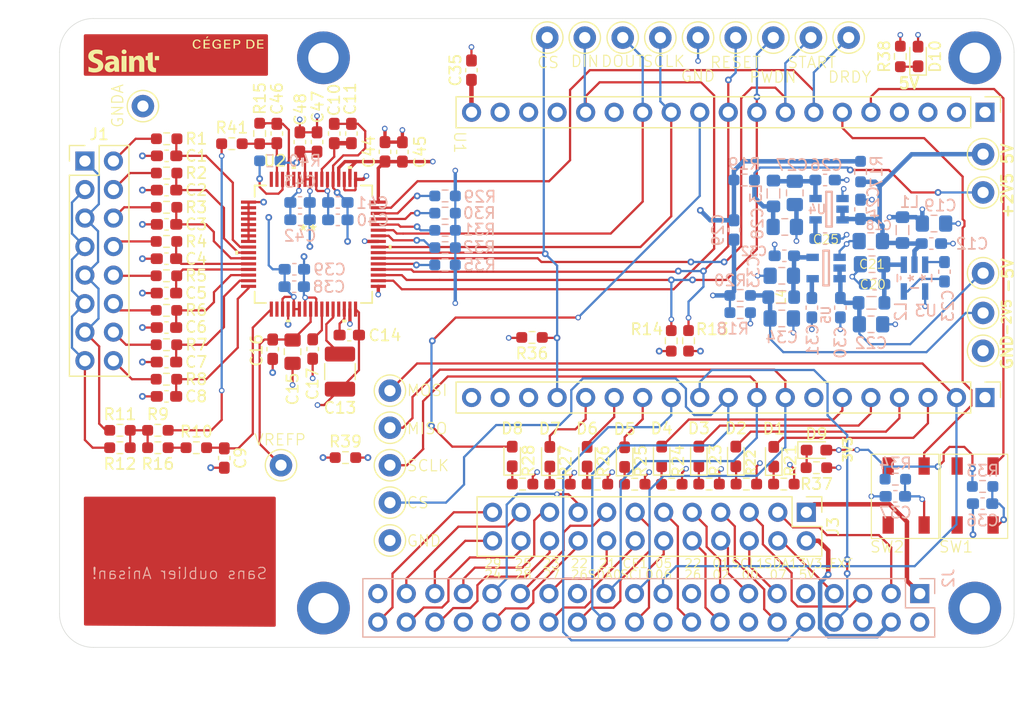
<source format=kicad_pcb>
(kicad_pcb (version 20241229) (generator "pcbnew") (generator_version "9.0")
  (title_block (title "EEG SHIELD LAYOUT") (date "2025-04-07") (rev "B") (company "Cégep de Saint-Laurent") (comment 1 "243.BA Internet et Robotique") (comment 2 "Kristian Agbogda") (comment 3 "Supervisé par") (comment 4 "Jia Peng Xu"))
  (layers (0 "F.Cu" signal) (4 "In1.Cu" signal) (6 "In2.Cu" signal) (2 "B.Cu" signal) (13 "F.Paste" user) (15 "B.Paste" user) (5 "F.SilkS" user "F.Silkscreen") (7 "B.SilkS" user "B.Silkscreen") (1 "F.Mask" user) (3 "B.Mask" user) (25 "Edge.Cuts" user))
  (net 0 "")
  (net 1 "GNDA")
  (net 2 "/ADS1299-4/AIN4N")
  (net 3 "/ADS1299-4/AIN4P")
  (net 4 "/ADS1299-4/AIN3N")
  (net 5 "/ADS1299-4/AIN3P")
  (net 6 "/ADS1299-4/AIN2N")
  (net 7 "/ADS1299-4/AIN2P")
  (net 8 "/ADS1299-4/AIN1N")
  (net 9 "/ADS1299-4/AIN1P")
  (net 10 "/ADS1299-4/REF_ELEC")
  (net 11 "/ADS1299-4/AVSS")
  (net 12 "Net-(U2-VCAP3)")
  (net 13 "Net-(U3-IN)")
  (net 14 "Net-(U2-VCAP1)")
  (net 15 "Net-(U2-VCAP2)")
  (net 16 "Net-(U2-VREFP)")
  (net 17 "Net-(U2-VCAP4)")
  (net 18 "+5V")
  (net 19 "Net-(U3-OUT)")
  (net 20 "/Alimentation ADS1299-4/-5V")
  (net 21 "Net-(U3-CFLY+)")
  (net 22 "Net-(U3-CFLY-)")
  (net 23 "Net-(U4-NR{slash}FB)")
  (net 24 "Net-(U4-OUT)")
  (net 25 "Net-(C28-Pad1)")
  (net 26 "/ADS1299-4/AVDD")
  (net 27 "Net-(U5-NR{slash}FB)")
  (net 28 "Net-(U5-OUT)")
  (net 29 "Net-(C34-Pad1)")
  (net 30 "GNDD")
  (net 31 "Net-(C36-Pad1)")
  (net 32 "Net-(C37-Pad1)")
  (net 33 "+3V3")
  (net 34 "Net-(U2-BIASINV)")
  (net 35 "Net-(U2-BIASIN)")
  (net 36 "Net-(D1-K)")
  (net 37 "/ESP32-DEVKITC-32E/LED1")
  (net 38 "Net-(D2-K)")
  (net 39 "/ESP32-DEVKITC-32E/LED2")
  (net 40 "/ESP32-DEVKITC-32E/LED3")
  (net 41 "Net-(D3-K)")
  (net 42 "/ESP32-DEVKITC-32E/LED4")
  (net 43 "Net-(D4-K)")
  (net 44 "Net-(D5-K)")
  (net 45 "Net-(D6-K)")
  (net 46 "/ESP32-DEVKITC-32E/LED6")
  (net 47 "/ESP32-DEVKITC-32E/LED7")
  (net 48 "Net-(D7-K)")
  (net 49 "Net-(D8-K)")
  (net 50 "/ESP32-DEVKITC-32E/LED8")
  (net 51 "Net-(D9-K)")
  (net 52 "Net-(D10-K)")
  (net 53 "Net-(J1-Pin_1)")
  (net 54 "/RPi3B (5V source)/GPIO26")
  (net 55 "/RPi3B (5V source)/SCL0")
  (net 56 "/ESP32-DEVKITC-32E/TX")
  (net 57 "/RPi3B (5V source)/GPIO2")
  (net 58 "/RPi3B (5V source)/GPIO29")
  (net 59 "/RPi3B (5V source)/GPIO0")
  (net 60 "/ESP32-DEVKITC-32E/VSPI_CS")
  (net 61 "/RPi3B (5V source)/GPIO24")
  (net 62 "/RPi3B (5V source)/GPIO27")
  (net 63 "/RPi3B (5V source)/5V_EXT")
  (net 64 "/RPi3B (5V source)/SDA1")
  (net 65 "/ESP32-DEVKITC-32E/VSPI_MOSI")
  (net 66 "/RPi3B (5V source)/GPIO6")
  (net 67 "/RPi3B (5V source)/GPIO5")
  (net 68 "/RPi3B (5V source)/GPIO23")
  (net 69 "/RPi3B (5V source)/GPIO25")
  (net 70 "/RPi3B (5V source)/GPIO1")
  (net 71 "/RPi3B (5V source)/CE1")
  (net 72 "/ESP32-DEVKITC-32E/RX")
  (net 73 "/RPi3B (5V source)/GPIO4")
  (net 74 "/RPi3B (5V source)/SDA0")
  (net 75 "/ESP32-DEVKITC-32E/VSPI_SCLK")
  (net 76 "/RPi3B (5V source)/GPIO3")
  (net 77 "/RPi3B (5V source)/SCL1")
  (net 78 "/RPi3B (5V source)/GPIO28")
  (net 79 "/RPi3B (5V source)/GPIO22")
  (net 80 "/RPi3B (5V source)/GPIO7")
  (net 81 "/ESP32-DEVKITC-32E/VSPI_MISO")
  (net 82 "/RPi3B (5V source)/GPIO21")
  (net 83 "/RPi3B (5V source)/3V3_EXT")
  (net 84 "Net-(J1-Pin_2)")
  (net 85 "Net-(J1-Pin_4)")
  (net 86 "Net-(J1-Pin_6)")
  (net 87 "Net-(J1-Pin_8)")
  (net 88 "Net-(J1-Pin_10)")
  (net 89 "Net-(J1-Pin_12)")
  (net 90 "Net-(J1-Pin_14)")
  (net 91 "Net-(J1-Pin_16)")
  (net 92 "Net-(R11-Pad2)")
  (net 93 "/ADS1299-4/BIAS_ELEC")
  (net 94 "Net-(R10-Pad1)")
  (net 95 "Net-(J1-Pin_11)")
  (net 96 "/ADS1299-4/~{ADS_RESET}")
  (net 97 "/ADS1299-4/~{ADS_PWDN}")
  (net 98 "Net-(U2-GPIO4)")
  (net 99 "Net-(U2-GPIO3)")
  (net 100 "Net-(U2-GPIO2)")
  (net 101 "Net-(U2-GPIO1)")
  (net 102 "/ESP32-DEVKITC-32E/3V3")
  (net 103 "Net-(U2-CLK)")
  (net 104 "/ADS1299-4/~{ADS_SPI_CS}")
  (net 105 "/ESP32-DEVKITC-32E/GPI34")
  (net 106 "/ESP32-DEVKITC-32E/GPI35")
  (net 107 "/ADS1299-4/ADS_SPI_START")
  (net 108 "/ADS1299-4/~{ADS_SPI_DRDY}")
  (net 109 "/ADS1299-4/ADS_SPI_DOUT")
  (net 110 "/ADS1299-4/ADS_SPI_SCLK")
  (net 111 "/ADS1299-4/ADS_SPI_DIN")
  (net 126 "/ESP32-DEVKITC-32E/LED5")
  (net 127 "Net-(U2-BIASOUT)")
  (footprint "ESP32-DEVKITC-32E:ESP32-DEVKITC-32E" (layer "F.Cu") (at 174.268 99.304 -90)
    (property "Reference" "U1")
    (property "Value" "ESP32-DEVKITC-32E")
  )
  (footprint "Capacitor_SMD:C_0603_1608Metric_Pad1.08x0.95mm_HandSolder" (layer "F.Cu") (at 132.2875 88.24 -90)
    (property "Reference" "C46")
    (property "Value" "10n")
  )
  (footprint "LED_SMD:LED_0603_1608Metric_Pad1.05x0.95mm_HandSolder" (layer "F.Cu") (at 153.25 117 90)
    (property "Reference" "D8")
    (property "Value" "LED")
  )
  (footprint "LOGO" (layer "F.Cu") (at 123.3 81.2)
    (property "Reference" "G***" (hide yes))
    (property "Value" "LOGO" (hide yes))
  )
  (footprint "LED_SMD:LED_0603_1608Metric_Pad1.05x0.95mm_HandSolder" (layer "F.Cu") (at 176.54 117.02 90)
    (property "Reference" "D1")
    (property "Value" "LED")
  )
  (footprint "Capacitor_SMD:C_0603_1608Metric_Pad1.08x0.95mm_HandSolder" (layer "F.Cu") (at 122.475 90.23 180)
    (property "Reference" "C1")
    (property "Value" "100n")
  )
  (footprint "LED_SMD:LED_0603_1608Metric_Pad1.05x0.95mm_HandSolder" (layer "F.Cu") (at 189.39 81.3775 90)
    (property "Reference" "D10")
    (property "Value" "LED")
  )
  (footprint "Resistor_SMD:R_0603_1608Metric_Pad0.98x0.95mm_HandSolder" (layer "F.Cu") (at 160.84 119.46)
    (property "Reference" "R26")
    (property "Value" "500")
  )
  (footprint "Resistor_SMD:R_0603_1608Metric_Pad0.98x0.95mm_HandSolder" (layer "F.Cu") (at 122.4625 103.99)
    (property "Reference" "R6")
    (property "Value" "15k9")
  )
  (footprint "TestPoint:TestPoint_Keystone_5000-5004_Miniature" (layer "F.Cu") (at 159.71 79.7)
    (property "Reference" "TP22" (hide yes))
    (property "Value" "TestPoint" (hide yes))
  )
  (footprint "Capacitor_SMD:C_0603_1608Metric_Pad1.08x0.95mm_HandSolder" (layer "F.Cu") (at 122.4625 111.65)
    (property "Reference" "C8")
    (property "Value" "100n")
  )
  (footprint "Capacitor_SMD:C_0603_1608Metric_Pad1.08x0.95mm_HandSolder" (layer "F.Cu") (at 131.92 107.4475 90)
    (property "Reference" "C16")
    (property "Value" "100n")
  )
  (footprint "TestPoint:TestPoint_Keystone_5000-5004_Miniature" (layer "F.Cu") (at 195.18 107.59)
    (property "Reference" "TP18" (hide yes))
    (property "Value" "TestPoint" (hide yes))
  )
  (footprint "TestPoint:TestPoint_Keystone_5000-5004_Miniature" (layer "F.Cu") (at 195.18 104.22)
    (property "Reference" "TP5" (hide yes))
    (property "Value" "TestPoint" (hide yes))
  )
  (footprint "Connector_PinHeader_2.54mm:PinHeader_2x12_P2.54mm_Vertical" (layer "F.Cu") (at 179.44 121.97 -90)
    (property "Reference" "J3")
    (property "Value" "RPi 3B Extension Connector")
  )
  (footprint "Resistor_SMD:R_0603_1608Metric_Pad0.98x0.95mm_HandSolder" (layer "F.Cu") (at 167.41 106.7025 -90)
    (property "Reference" "R14")
    (property "Value" "10k")
  )
  (footprint "TestPoint:TestPoint_Keystone_5000-5004_Miniature" (layer "F.Cu") (at 166.44 79.7)
    (property "Reference" "TP24" (hide yes))
    (property "Value" "TestPoint" (hide yes))
  )
  (footprint "Resistor_SMD:R_0603_1608Metric_Pad0.98x0.95mm_HandSolder" (layer "F.Cu") (at 122.48 88.71)
    (property "Reference" "R1")
    (property "Value" "15k9")
  )
  (footprint "LED_SMD:LED_0603_1608Metric_Pad1.05x0.95mm_HandSolder" (layer "F.Cu") (at 180.345 116.43)
    (property "Reference" "D9")
    (property "Value" "LED")
  )
  (footprint "TestPoint:TestPoint_Keystone_5000-5004_Miniature" (layer "F.Cu") (at 142.36 114.44 -90)
    (property "Reference" "TP15" (hide yes))
    (property "Value" "TestPoint" (hide yes))
  )
  (footprint "MountingHole:MountingHole_2.7mm_M2.5_DIN965_Pad_TopBottom" (layer "F.Cu") (at 136.44 130.5)
    (property "Reference" "H3" (hide yes))
    (property "Value" "MountingHole" (hide yes))
  )
  (footprint "SW:PTS647SK38SMTR2" (layer "F.Cu") (at 194.37 120.55 -90)
    (property "Reference" "SW1")
    (property "Value" "SW_Push")
  )
  (footprint "Resistor_SMD:R_0603_1608Metric_Pad0.98x0.95mm_HandSolder" (layer "F.Cu") (at 122.46 100.91)
    (property "Reference" "R5")
    (property "Value" "15k9")
  )
  (footprint "LED_SMD:LED_0603_1608Metric_Pad1.05x0.95mm_HandSolder" (layer "F.Cu") (at 169.87 116.995 90)
    (property "Reference" "D3")
    (property "Value" "LED")
  )
  (footprint "Resistor_SMD:R_0603_1608Metric_Pad0.98x0.95mm_HandSolder" (layer "F.Cu") (at 154.17 119.46)
    (property "Reference" "R28")
    (property "Value" "500")
  )
  (footprint "Resistor_SMD:R_0603_1608Metric_Pad0.98x0.95mm_HandSolder" (layer "F.Cu") (at 128.2875 89.15)
    (property "Reference" "R41")
    (property "Value" "0")
  )
  (footprint "Capacitor_SMD:C_0603_1608Metric_Pad1.08x0.95mm_HandSolder" (layer "F.Cu") (at 138.74 106.19)
    (property "Reference" "C14")
    (property "Value" "1u")
  )
  (footprint "TestPoint:TestPoint_Keystone_5000-5004_Miniature" (layer "F.Cu") (at 142.36 117.78 -90)
    (property "Reference" "TP16" (hide yes))
    (property "Value" "TestPoint" (hide yes))
  )
  (footprint "Resistor_SMD:R_0603_1608Metric_Pad0.98x0.95mm_HandSolder" (layer "F.Cu") (at 122.47 94.81)
    (property "Reference" "R3")
    (property "Value" "15k9")
  )
  (footprint "Capacitor_SMD:C_1210_3225Metric_Pad1.33x2.70mm_HandSolder" (layer "F.Cu") (at 137.91 109.4425 90)
    (property "Reference" "C13")
    (property "Value" "100u")
  )
  (footprint "TestPoint:TestPoint_Keystone_5000-5004_Miniature" (layer "F.Cu") (at 195.18 93.49)
    (property "Reference" "TP3" (hide yes))
    (property "Value" "TestPoint" (hide yes))
  )
  (footprint "LED_SMD:LED_0603_1608Metric_Pad1.05x0.95mm_HandSolder" (layer "F.Cu") (at 156.6 117.025 90)
    (property "Reference" "D7")
    (property "Value" "LED")
  )
  (footprint "SW:PTS647SK38SMTR2" (layer "F.Cu") (at 188.23 120.55 -90)
    (property "Reference" "SW2")
    (property "Value" "SW_Push")
  )
  (footprint "Resistor_SMD:R_0603_1608Metric_Pad0.98x0.95mm_HandSolder" (layer "F.Cu") (at 155.0125 106.4 180)
    (property "Reference" "R36")
    (property "Value" "10k")
  )
  (footprint "MountingHole:MountingHole_2.7mm_M2.5_DIN965_Pad_TopBottom" (layer "F.Cu") (at 136.44 81.5)
    (property "Reference" "H1" (hide yes))
    (property "Value" "MountingHole" (hide yes))
  )
  (footprint "TestPoint:TestPoint_Keystone_5000-5004_Miniature" (layer "F.Cu") (at 163.09 79.7)
    (property "Reference" "TP23" (hide yes))
    (property "Value" "TestPoint" (hide yes))
  )
  (footprint "Resistor_SMD:R_0603_1608Metric_Pad0.98x0.95mm_HandSolder" (layer "F.Cu") (at 187.81 81.38 90)
    (property "Reference" "R38")
    (property "Value" "500")
  )
  (footprint "Capacitor_SMD:C_0805_2012Metric_Pad1.18x1.45mm_HandSolder" (layer "F.Cu") (at 133.69 107.6675 -90)
    (property "Reference" "C15")
    (property "Value" "10u")
  )
  (footprint "Capacitor_SMD:C_0603_1608Metric_Pad1.08x0.95mm_HandSolder" (layer "F.Cu") (at 122.4625 108.59 180)
    (property "Reference" "C7")
    (property "Value" "100n")
  )
  (footprint "Capacitor_SMD:C_0603_1608Metric_Pad1.08x0.95mm_HandSolder" (layer "F.Cu") (at 135.48 107.4325 -90)
    (property "Reference" "C17")
    (property "Value" "1u")
  )
  (footprint "Resistor_SMD:R_0603_1608Metric_Pad0.98x0.95mm_HandSolder" (layer "F.Cu") (at 125.12 116.22)
    (property "Reference" "R10")
    (property "Value" "15k9")
  )
  (footprint "Resistor_SMD:R_0603_1608Metric_Pad0.98x0.95mm_HandSolder" (layer "F.Cu") (at 168.95 106.7 -90)
    (property "Reference" "R13")
    (property "Value" "10k")
  )
  (footprint "Capacitor_SMD:C_0603_1608Metric_Pad1.08x0.95mm_HandSolder" (layer "F.Cu") (at 149.62 82.6 90)
    (property "Reference" "C35")
    (property "Value" "100n")
  )
  (footprint "Resistor_SMD:R_0603_1608Metric_Pad0.98x0.95mm_HandSolder" (layer "F.Cu") (at 122.46 110.12)
    (property "Reference" "R8")
    (property "Value" "15k9")
  )
  (footprint "ADS1299-4:PAG64_TEX" (layer "F.Cu") (at 135.5485 98.1)
    (property "Reference" "U2")
    (property "Value" "ADS1299-4")
  )
  (footprint "Resistor_SMD:R_0603_1608Metric_Pad0.98x0.95mm_HandSolder" (layer "F.Cu") (at 122.465 97.85)
    (property "Reference" "R4")
    (property "Value" "15k9")
  )
  (footprint "Capacitor_SMD:C_0603_1608Metric_Pad1.08x0.95mm_HandSolder" (layer "F.Cu") (at 138.93 88.24 90)
    (property "Reference" "C11")
    (property "Value" "100n")
  )
  (footprint "TestPoint:TestPoint_Keystone_5000-5004_Miniature" (layer "F.Cu") (at 195.18 100.68)
    (property "Reference" "TP2" (hide yes))
    (property "Value" "TestPoint" (hide yes))
  )
  (footprint "LED_SMD:LED_0603_1608Metric_Pad1.05x0.95mm_HandSolder" (layer "F.Cu") (at 163.26 117.0575 90)
    (property "Reference" "D5")
    (property "Value" "LED")
  )
  (footprint "TestPoint:TestPoint_Keystone_5000-5004_Miniature" (layer "F.Cu") (at 142.36 124.48 -90)
    (property "Reference" "TP19" (hide yes))
    (property "Value" "TestPoint" (hide yes))
  )
  (footprint "LED_SMD:LED_0603_1608Metric_Pad1.05x0.95mm_HandSolder" (layer "F.Cu") (at 159.92 117.02 90)
    (property "Reference" "D6")
    (property "Value" "LED")
  )
  (footprint "TestPoint:TestPoint_Keystone_5000-5004_Miniature" (layer "F.Cu") (at 173.15 79.7)
    (property "Reference" "TP10" (hide yes))
    (property "Value" "TestPoint" (hide yes))
  )
  (footprint "TestPoint:TestPoint_Keystone_5000-5004_Miniature" (layer "F.Cu") (at 142.36 111.14 -90)
    (property "Reference" "TP14" (hide yes))
    (property "Value" "TestPoint" (hide yes))
  )
  (footprint "TestPoint:TestPoint_Keystone_5000-5004_Miniature" (layer "F.Cu") (at 179.85 79.7)
    (property "Reference" "TP12" (hide yes))
    (property "Value" "TestPoint" (hide yes))
  )
  (footprint "Capacitor_SMD:C_0603_1608Metric_Pad1.08x0.95mm_HandSolder" (layer "F.Cu") (at 134.34 88.9975 -90)
    (property "Reference" "C48")
    (property "Value" "1u")
  )
  (footprint "Capacitor_SMD:C_0603_1608Metric_Pad1.08x0.95mm_HandSolder" (layer "F.Cu") (at 141.92 89.87 90)
    (property "Reference" "C44")
    (property "Value" "1u")
  )
  (footprint "Resistor_SMD:R_0603_1608Metric_Pad0.98x0.95mm_HandSolder" (layer "F.Cu") (at 170.78 119.46)
    (property "Reference" "R23")
    (property "Value" "500")
  )
  (footprint "Resistor_SMD:R_0603_1608Metric_Pad0.98x0.95mm_HandSolder" (layer "F.Cu") (at 167.46 119.47)
    (property "Reference" "R24")
    (property "Value" "500")
  )
  (footprint "Resistor_SMD:R_0603_1608Metric_Pad0.98x0.95mm_HandSolder" (layer "F.Cu") (at 122.4625 107.05)
    (property "Reference" "R7")
    (property "Value" "15k9")
  )
  (footprint "Resistor_SMD:R_0603_1608Metric_Pad0.98x0.95mm_HandSolder" (layer "F.Cu") (at 121.6975 114.67)
    (property "Reference" "R9")
    (property "Value" "15k9")
  )
  (footprint "Capacitor_SMD:C_0603_1608Metric_Pad1.08x0.95mm_HandSolder" (layer "F.Cu") (at 135.87 88.9975 -90)
    (property "Reference" "C47")
    (property "Value" "1u")
  )
  (footprint "LED_SMD:LED_0603_1608Metric_Pad1.05x0.95mm_HandSolder" (layer "F.Cu") (at 173.16 116.995 90)
    (property "Reference" "D2")
    (property "Value" "LED")
  )
  (footprint "Resistor_SMD:R_0603_1608Metric_Pad0.98x0.95mm_HandSolder" (layer "F.Cu") (at 138.4 117.1)
    (property "Reference" "R39")
    (property "Value" "0")
  )
  (footprint "MountingHole:MountingHole_2.7mm_M2.5_DIN965_Pad_TopBottom" (layer "F.Cu") (at 194.44 130.5)
    (property "Reference" "H4" (hide yes))
    (property "Value" "MountingHole" (hide yes))
  )
  (footprint "TestPoint:TestPoint_Keystone_5000-5004_Miniature" (layer "F.Cu") (at 132.66 117.78)
    (property "Reference" "TP1" (hide yes))
    (property "Value" "TestPoint" (hide yes))
  )
  (footprint "Resistor_SMD:R_0603_1608Metric_Pad0.98x0.95mm_HandSolder" (layer "F.Cu") (at 174.1 119.46)
    (property "Reference" "R22")
    (property "Value" "500")
  )
  (footprint "Resistor_SMD:R_0603_1608Metric_Pad0.98x0.95mm_HandSolder" (layer "F.Cu") (at 130.7575 88.24 -90)
    (property "Reference" "R15")
    (property "Value" "392k")
  )
  (footprint "Resistor_SMD:R_0603_1608Metric_Pad0.98x0.95mm_HandSolder" (layer "F.Cu") (at 118.32 116.22)
    (property "Reference" "R12")
    (property "Value" "0")
  )
  (footprint "TestPoint:TestPoint_Keystone_5000-5004_Miniature" (layer "F.Cu") (at 169.8 79.7)
    (property "Reference" "TP20" (hide yes))
    (property "Value" "TestPoint" (hide yes))
  )
  (footprint "Resistor_SMD:R_0603_1608Metric_Pad0.98x0.95mm_HandSolder" (layer "F.Cu") (at 180.34 118)
    (property "Reference" "R37")
    (property "Value" "500")
  )
  (footprint "TestPoint:TestPoint_Keystone_5000-5004_Miniature" (layer "F.Cu") (at 176.5 79.7)
    (property "Reference" "TP11" (hide yes))
    (property "Value" "TestPoint" (hide yes))
  )
  (footprint "TestPoint:TestPoint_Keystone_5000-5004_Miniature" (layer "F.Cu") (at 195.18 90.08 90)
    (property "Reference" "TP4" (hide yes))
    (property "Value" "TestPoint" (hide yes))
  )
  (footprint "LED_SMD:LED_0603_1608Metric_Pad1.05x0.95mm_HandSolder" (layer "F.Cu") (at 166.56 116.9975 90)
    (property "Reference" "D4")
    (property "Value" "LED")
  )
  (footprint "TestPoint:TestPoint_Keystone_5000-5004_Miniature" (layer "F.Cu") (at 183.21 79.7)
    (property "Reference" "TP13" (hide yes))
    (property "Value" "TestPoint" (hide yes))
  )
  (footprint "TestPoint:TestPoint_Keystone_5000-5004_Miniature" (layer "F.Cu") (at 120.363678 85.8)
    (property "Reference" "TP21" (hide yes))
    (property "Value" "TestPoint" (hide yes))
  )
  (footprint "Resistor_SMD:R_0603_1608Metric_Pad0.98x0.95mm_HandSolder" (layer "F.Cu") (at 121.6975 116.22)
    (property "Reference" "R16")
    (property "Value" "0")
  )
  (footprint "Capacitor_SMD:C_0603_1608Metric_Pad1.08x0.95mm_HandSolder" (layer "F.Cu") (at 122.47 96.33 180)
    (property "Reference" "C3")
    (property "Value" "100n")
  )
  (footprint "Capacitor_SMD:C_0603_1608Metric_Pad1.08x0.95mm_HandSolder" (layer "F.Cu") (at 122.47 93.28)
    (property "Reference" "C2")
    (property "Value" "100n")
  )
  (footprint "TestPoint:TestPoint_Keystone_5000-5004_Miniature" (layer "F.Cu") (at 142.36 121.11 -90)
    (property "Reference" "TP17" (hide yes))
    (property "Value" "TestPoint" (hide yes))
  )
  (footprint "TestPoint:TestPoint_Keystone_5000-5004_Miniature" (layer "F.Cu") (at 156.37 79.7)
    (property "Reference" "TP25" (hide yes))
    (property "Value" "TestPoint" (hide yes))
  )
  (footprint "Resistor_SMD:R_0603_1608Metric_Pad0.98x0.95mm_HandSolder" (layer "F.Cu") (at 122.475 91.76)
    (property "Reference" "R2")
    (property "Value" "15k9")
  )
  (footprint "MountingHole:MountingHole_2.7mm_M2.5_DIN965_Pad_TopBottom" (layer "F.Cu") (at 194.44 81.5)
    (property "Reference" "H2" (hide yes))
    (property "Value" "MountingHole" (hide yes))
  )
  (footprint "Capacitor_SMD:C_0603_1608Metric_Pad1.08x0.95mm_HandSolder" (layer "F.Cu") (at 122.46 99.39)
    (property "Reference" "C4")
    (property "Value" "100n")
  )
  (footprint "LOGO" (layer "F.Cu") (at 123.3 81.2)
    (property "Reference" "G***" (hide yes))
    (property "Value" "LOGO" (hide yes))
  )
  (footprint "Capacitor_SMD:C_0603_1608Metric_Pad1.08x0.95mm_HandSolder" (layer "F.Cu") (at 143.47 89.88 90)
    (property "Reference" "C45")
    (property "Value" "100n")
  )
  (footprint "Resistor_SMD:R_0603_1608Metric_Pad0.98x0.95mm_HandSolder" (layer "F.Cu") (at 164.16 119.47)
    (property "Reference" "R25")
    (property "Value" "500")
  )
  (footprint "Capacitor_SMD:C_0603_1608Metric_Pad1.08x0.95mm_HandSolder" (layer "F.Cu") (at 122.46 102.45 180)
    (property "Reference" "C5")
    (property "Value" "100n")
  )
  (footprint "Resistor_SMD:R_0603_1608Metric_Pad0.98x0.95mm_HandSolder" (layer "F.Cu") (at 177.44 119.46)
    (property "Reference" "R21")
    (property "Value" "500")
  )
  (footprint "Resistor_SMD:R_0603_1608Metric_Pad0.98x0.95mm_HandSolder" (layer "F.Cu") (at 118.32 114.67)
    (property "Reference" "R11")
    (property "Value" "0")
  )
  (footprint "Capacitor_SMD:C_0603_1608Metric_Pad1.08x0.95mm_HandSolder" (layer "F.Cu") (at 127.61 117.14 -90)
    (property "Reference" "C9")
    (property "Value" "100n")
  )
  (footprint "Capacitor_SMD:C_0603_1608Metric_Pad1.08x0.95mm_HandSolder" (layer "F.Cu") (at 137.4 88.2425 90)
    (property "Reference" "C10")
    (property "Value" "1u")
  )
  (footprint "Connector_PinHeader_2.54mm:PinHeader_2x08_P2.54mm_Vertical" (layer "F.Cu") (at 115.199 90.689999)
    (property "Reference" "J1")
    (property "Value" "Electrode connector")
  )
  (footprint "Resistor_SMD:R_0603_1608Metric_Pad0.98x0.95mm_HandSolder" (layer "F.Cu") (at 157.5 119.47)
    (property "Reference" "R27")
    (property "Value" "500")
  )
  (footprint "Capacitor_SMD:C_0603_1608Metric_Pad1.08x0.95mm_HandSolder" (layer "F.Cu") (at 122.4625 105.52)
    (property "Reference" "C6")
    (property "Value" "100n")
  )
  (footprint "Capacitor_SMD:C_0603_1608Metric_Pad1.08x0.95mm_HandSolder" (layer "B.Cu") (at 181.1125 97.6 180)
    (property "Reference" "C25")
    (property "Value" "1u")
  )
  (footprint "TPS60403DBVT:DBV5" (layer "B.Cu") (at 189.072499 101.1162 -90)
    (property "Reference" "U3")
    (property "Value" "TPS60403DBVT")
  )
  (footprint "Capacitor_SMD:C_0805_2012Metric_Pad1.18x1.45mm_HandSolder" (layer "B.Cu") (at 177.5225 96.56)
    (property "Reference" "C28")
    (property "Value" "10u")
  )
  (footprint "Inductor_SMD:L_0805_2012Metric_Pad1.05x1.20mm_HandSolder" (layer "B.Cu") (at 185.2425 103.32 180)
    (property "Reference" "L2")
    (property "Value" "3u3")
  )
  (footprint "Capacitor_SMD:C_0603_1608Metric_Pad1.08x0.95mm_HandSolder" (layer "B.Cu") (at 134.355 94.38)
    (property "Reference" "C43")
    (property "Value" "100n")
  )
  (footprint "Resistor_SMD:R_0603_1608Metric_Pad0.98x0.95mm_HandSolder" (layer "B.Cu") (at 131.67 90.67 180)
    (property "Reference" "R40")
    (property "Value" "0")
  )
  (footprint "Capacitor_SMD:C_0805_2012Metric_Pad1.18x1.45mm_HandSolder" (layer "B.Cu") (at 178.4125 93.53 -90)
    (property "Reference" "C27")
    (property "Value" "10u")
  )
  (footprint "Capacitor_SMD:C_0805_2012Metric_Pad1.18x1.45mm_HandSolder" (layer "B.Cu") (at 185.1825 97.82 180)
    (property "Reference" "C18")
    (property "Value" "10u")
  )
  (footprint "Connector_PinSocket_2.54mm:PinSocket_2x20_P2.54mm_Vertical" (layer "B.Cu") (at 189.54 129.21 90)
    (property "Reference" "J2")
    (property "Value" "RPi 3B 40 Pin Header")
  )
  (footprint "Capacitor_SMD:C_0603_1608Metric_Pad1.08x0.95mm_HandSolder" (layer "B.Cu") (at 190.575 98.04)
    (property "Reference" "C12")
    (property "Value" "1u")
  )
  (footprint "Capacitor_SMD:C_0603_1608Metric_Pad1.08x0.95mm_HandSolder" (layer "B.Cu") (at 179.9325 103.750002 -90)
    (property "Reference" "C31")
    (property "Value" "10n")
  )
  (footprint "Capacitor_SMD:C_0603_1608Metric_Pad1.08x0.95mm_HandSolder" (layer "B.Cu") (at 182.4725 103.750002 -90)
    (property "Reference" "C30")
    (property "Value" "2u2")
  )
  (footprint "Resistor_SMD:R_0603_1608Metric_Pad0.98x0.95mm_HandSolder" (layer "B.Cu") (at 195.1375 119.67 180)
    (property "Reference" "R33")
    (property "Value" "10k")
  )
  (footprint "Capacitor_SMD:C_0805_2012Metric_Pad1.18x1.45mm_HandSolder" (layer "B.Cu") (at 185.2 105.23)
    (property "Reference" "C22")
    (property "Value" "10u")
  )
  (footprint "TPS72325DBVT:DBV0005A" (layer "B.Cu") (at 181.2025 100.220002 180)
    (property "Reference" "U5")
    (property "Value" "TPS72325DBVT")
  )
  (footprint "Capacitor_SMD:C_0603_1608Metric_Pad1.08x0.95mm_HandSolder" (layer "B.Cu") (at 184.2625 94.994503 90)
    (property "Reference" "C24")
    (property "Value" "1u")
  )
  (footprint "Resistor_SMD:R_0603_1608Metric_Pad0.98x0.95mm_HandSolder" (layer "B.Cu") (at 173.55 102.66 180)
    (property "Reference" "R20")
    (property "Value" "0")
  )
  (footprint "Resistor_SMD:R_0603_1608Metric_Pad0.98x0.95mm_HandSolder" (layer "B.Cu") (at 147.2675 99.94)
    (property "Reference" "R35")
    (property "Value" "10k")
  )
  (footprint "Resistor_SMD:R_0603_1608Metric_Pad0.98x0.95mm_HandSolder" (layer "B.Cu") (at 184.27 91.63 90)
    (property "Reference" "R17")
    (property "Value" "0")
  )
  (footprint "Capacitor_SMD:C_0603_1608Metric_Pad1.08x0.95mm_HandSolder" (layer "B.Cu") (at 177.4825 99.13 180)
    (property "Reference" "C32")
    (property "Value" "2u2")
  )
  (footprint "Capacitor_SMD:C_0603_1608Metric_Pad1.08x0.95mm_HandSolder" (layer "B.Cu") (at 133.85 100.33)
    (property "Reference" "C39")
    (property "Value" "100n")
  )
  (footprint "TPS72325DBVT:DBV0005A" (layer "B.Cu") (at 181.4625 94.980002 180)
    (property "Reference" "U4")
    (property "Value" "TPS72325DBVT")
  )
  (footprint "Capacitor_SMD:C_0603_1608Metric_Pad1.08x0.95mm_HandSolder" (layer "B.Cu") (at 195.1375 121.2 180)
    (property "Reference" "C36")
    (property "Value" "7u7")
  )
  (footprint "Inductor_SMD:L_0805_2012Metric_Pad1.05x1.20mm_HandSolder" (layer "B.Cu") (at 176.5125 93.58 -90)
    (property "Reference" "L3")
    (property "Value" "3u3")
  )
  (footprint "Inductor_SMD:L_0805_2012Metric_Pad1.05x1.20mm_HandSolder" (layer "B.Cu") (at 188.0025 96.84 -90)
    (property "Reference" "L1")
    (property "Value" "3u3")
  )
  (footprint "Inductor_SMD:L_0805_2012Metric_Pad1.05x1.20mm_HandSolder" (layer "B.Cu") (at 177.2025 102.81 180)
    (property "Reference" "L4")
    (property "Value" "3u3")
  )
  (footprint "Resistor_SMD:R_0603_1608Metric_Pad0.98x0.95mm_HandSolder" (layer "B.Cu") (at 147.2725 98.4)
    (property "Reference" "R32")
    (property "Value" "10k")
  )
  (footprint "Capacitor_SMD:C_0603_1608Metric_Pad1.08x0.95mm_HandSolder" (layer "B.Cu") (at 191.7425 100.55 90)
    (property "Reference" "C23")
    (property "Value" "1u")
  )
  (footprint "Capacitor_SMD:C_0603_1608Metric_Pad1.08x0.95mm_HandSolder" (layer "B.Cu") (at 137.7225 95.93)
    (property "Reference" "C40")
    (property "Value" "1u")
  )
  (footprint "Capacitor_SMD:C_0603_1608Metric_Pad1.08x0.95mm_HandSolder" (layer "B.Cu") (at 134.355 95.92)
    (property "Reference" "C42")
    (property "Value" "1u")
  )
  (footprint "Capacitor_SMD:C_0603_1608Metric_Pad1.08x0.95mm_HandSolder" (layer "B.Cu") (at 181.1125 92.38)
    (property "Reference" "C26")
    (property "Value" "2u2")
  )
  (footprint "Capacitor_SMD:C_0805_2012Metric_Pad1.18x1.45mm_HandSolder" (layer "B.Cu") (at 177.255 100.91 180)
    (property "Reference" "C33")
    (property "Value" "10u")
  )
  (footprint "Resistor_SMD:R_0603_1608Metric_Pad0.98x0.95mm_HandSolder" (layer "B.Cu") (at 187.365 119.02 180)
    (property "Reference" "R34")
    (property "Value" "10k")
  )
  (footprint "Resistor_SMD:R_0603_1608Metric_Pad0.98x0.95mm_HandSolder" (layer "B.Cu") (at 173.9075 92.38 180)
    (property "Reference" "R19")
    (property "Value" "0")
  )
  (footprint "Capacitor_SMD:C_0603_1608Metric_Pad1.08x0.95mm_HandSolder" (layer "B.Cu") (at 173 96.83 -90)
    (property "Reference" "C29")
    (property "Value" "100n")
  )
  (footprint "Capacitor_SMD:C_0603_1608Metric_Pad1.08x0.95mm_HandSolder" (layer "B.Cu") (at 133.8375 101.88)
    (property "Reference" "C38")
    (property "Value" "1u")
  )
  (footprint "Resistor_SMD:R_0603_1608Metric_Pad0.98x0.95mm_HandSolder" (layer "B.Cu") (at 147.27 93.8)
    (property "Reference" "R29")
    (property "Value" "10k")
  )
  (footprint "Capacitor_SMD:C_0603_1608Metric_Pad1.08x0.95mm_HandSolder" (layer "B.Cu") (at 185.52 101.66 180)
    (property "Reference" "C20")
    (property "Value" "1u")
  )
  (footprint "Capacitor_SMD:C_0603_1608Metric_Pad1.08x0.95mm_HandSolder" (layer "B.Cu") (at 187.3675 120.55 180)
    (property "Reference" "C37")
    (property "Value" "7u7")
  )
  (footprint "Resistor_SMD:R_0603_1608Metric_Pad0.98x0.95mm_HandSolder" (layer "B.Cu") (at 147.2725 96.86)
    (property "Reference" "R31")
    (property "Value" "10k")
  )
  (footprint "Resistor_SMD:R_0603_1608Metric_Pad0.98x0.95mm_HandSolder" (layer "B.Cu") (at 147.27 95.33)
    (property "Reference" "R30")
    (property "Value" "10k")
  )
  (footprint "Resistor_SMD:R_0603_1608Metric_Pad0.98x0.95mm_HandSolder" (layer "B.Cu") (at 173.55 104.19 180)
    (property "Reference" "R18")
    (property "Value" "0")
  )
  (footprint "Capacitor_SMD:C_0805_2012Metric_Pad1.18x1.45mm_HandSolder" (layer "B.Cu") (at 177.2525 104.71)
    (property "Reference" "C34")
    (property "Value" "10u")
  )
  (footprint "Capacitor_SMD:C_0603_1608Metric_Pad1.08x0.95mm_HandSolder" (layer "B.Cu") (at 137.7225 94.38)
    (property "Reference" "C41")
    (property "Value" "100n")
  )
  (footprint "Capacitor_SMD:C_0805_2012Metric_Pad1.18x1.45mm_HandSolder" (layer "B.Cu") (at 190.81 96.26)
    (property "Reference" "C19")
    (property "Value" "10u")
  )
  (footprint "Capacitor_SMD:C_0805_2012Metric_Pad1.18x1.45mm_HandSolder" (layer "B.Cu") (at 185.29 99.88 180)
    (property "Reference" "C21")
    (property "Value" "10u")
  )
  (gr_line (start 194.94 78) (end 115.94 78) (stroke (width 0.05)) (layer "Edge.Cuts"))
  (gr_arc (start 112.94 81) (mid 113.81868 78.87868) (end 115.94 78) (stroke (width 0.05)) (layer "Edge.Cuts"))
  (gr_arc (start 115.94 134) (mid 113.81868 133.12132) (end 112.94 131) (stroke (width 0.05)) (layer "Edge.Cuts"))
  (gr_arc (start 197.94 131) (mid 197.06132 133.12132) (end 194.94 134) (stroke (width 0.05)) (layer "Edge.Cuts"))
  (gr_line (start 197.94 131) (end 197.94 81) (stroke (width 0.05)) (layer "Edge.Cuts"))
  (gr_line (start 115.94 134) (end 194.94 134) (stroke (width 0.05)) (layer "Edge.Cuts"))
  (gr_line (start 112.94 81) (end 112.94 131) (stroke (width 0.05)) (layer "Edge.Cuts"))
  (gr_arc (start 194.94 78) (mid 197.06132 78.87868) (end 197.94 81) (stroke (width 0.05)) (layer "Edge.Cuts"))
  (gr_text "CS" (at 143.8 121.7 0) (layer "F.SilkS") (effects (font (size 1 1) (thickness 0.1)) (justify left bottom)))
  (gr_text "01\n" (at 171 127 0) (layer "F.SilkS") (effects (font (size 0.8 0.8) (thickness 0.1)) (justify left bottom)))
  (gr_text "-2V5" (at 197.75 106.32 90) (layer "F.SilkS") (effects (font (size 0.8 0.8) (thickness 0.175) (bold yes)) (justify left bottom)))
  (gr_text "GNDA" (at 118.7 87.8 90) (layer "F.SilkS") (effects (font (size 1 1) (thickness 0.1)) (justify left bottom)))
  (gr_text "22" (at 158.4 127 0) (layer "F.SilkS") (effects (font (size 0.8 0.8) (thickness 0.1)) (justify left bottom)))
  (gr_text "RESET" (at 170.8 82.5 0) (layer "F.SilkS") (effects (font (size 1 1) (thickness 0.1)) (justify left bottom)))
  (gr_text "07" (at 176.1 128 0) (layer "F.SilkS") (effects (font (size 0.8 0.8) (thickness 0.1)) (justify left bottom)))
  (gr_text "26" (at 168.5 128 0) (layer "F.SilkS") (effects (font (size 0.8 0.8) (thickness 0.1)) (justify left bottom)))
  (gr_text "00" (at 173.6 128 0) (layer "F.SilkS") (effects (font (size 0.8 0.8) (thickness 0.1)) (justify left bottom)))
  (gr_text "GND" (at 197.89 109.38 90) (layer "F.SilkS") (effects (font (size 1 1) (thickness 0.2) (bold yes)) (justify left bottom)))
  (gr_text "22" (at 168.5 127 0) (layer "F.SilkS") (effects (font (size 0.8 0.8) (thickness 0.1)) (justify left bottom)))
  (gr_text "21" (at 160.9 127 0) (layer "F.SilkS") (effects (font (size 0.8 0.8) (thickness 0.1)) (justify left bottom)))
  (gr_text "DOUT\n" (at 161.1 82.4 0) (layer "F.SilkS") (effects (font (size 1 1) (thickness 0.1)) (justify left bottom)))
  (gr_text "GND" (at 168.2 83.7 0) (layer "F.SilkS") (effects (font (size 1 1) (thickness 0.1)) (justify left bottom)))
  (gr_text "28" (at 153.4 128 0) (layer "F.SilkS") (effects (font (size 0.8 0.8) (thickness 0.1)) (justify left bottom)))
  (gr_text "MOSI" (at 143.8 111.7 0) (layer "F.SilkS") (effects (font (size 1 1) (thickness 0.1)) (justify left bottom)))
  (gr_text "05" (at 165.9 127 0) (layer "F.SilkS") (effects (font (size 0.8 0.8) (thickness 0.1)) (justify left bottom)))
  (gr_text "PWDN" (at 174.3 83.8 0) (layer "F.SilkS") (effects (font (size 1 1) (thickness 0.1)) (justify left bottom)))
  (gr_text "SDA1" (at 175.6 127 0) (layer "F.SilkS") (effects (font (size 0.8 0.8) (thickness 0.1)) (justify left bottom)))
  (gr_text "29" (at 150.7 127 0) (layer "F.SilkS") (effects (font (size 0.8 0.8) (thickness 0.1)) (justify left bottom)))
  (gr_text "23" (at 155.9 127 0) (layer "F.SilkS") (effects (font (size 0.8 0.8) (thickness 0.1)) (justify left bottom)))
  (gr_text "SCLK" (at 143.8 118.4 0) (layer "F.SilkS") (effects (font (size 1 1) (thickness 0.1)) (justify left bottom)))
  (gr_text "DIN\n" (at 158.4 82.4 0) (layer "F.SilkS") (effects (font (size 1 1) (thickness 0.1)) (justify left bottom)))
  (gr_text "27" (at 155.9 128 0) (layer "F.SilkS") (effects (font (size 0.8 0.8) (thickness 0.1)) (justify left bottom)))
  (gr_text "DRDY" (at 181.3 83.8 0) (layer "F.SilkS") (effects (font (size 1 1) (thickness 0.1)) (justify left bottom)))
  (gr_text "+2V5" (at 197.92 95.9 90) (layer "F.SilkS") (effects (font (size 1 1) (thickness 0.2) (bold yes)) (justify left bottom)))
  (gr_text "SCLK\n" (at 164.8 82.4 0) (layer "F.SilkS") (effects (font (size 1 1) (thickness 0.1)) (justify left bottom)))
  (gr_text "3V3" (at 183.6 117.6 90) (layer "F.SilkS") (effects (font (size 0.8 0.8) (thickness 0.175) (bold yes)) (justify left bottom)))
  (gr_text "CE1" (at 163 127 0) (layer "F.SilkS") (effects (font (size 0.8 0.8) (thickness 0.1)) (justify left bottom)))
  (gr_text "02" (at 171 128 0) (layer "F.SilkS") (effects (font (size 0.8 0.8) (thickness 0.1)) (justify left bottom)))
  (gr_text "START" (at 177.7 82.5 0) (layer "F.SilkS") (effects (font (size 1 1) (thickness 0.1)) (justify left bottom)))
  (gr_text "SDA0" (at 159.9 128 0) (layer "F.SilkS") (effects (font (size 0.8 0.8) (thickness 0.1)) (justify left bottom)))
  (gr_text "26" (at 158.4 128 0) (layer "F.SilkS") (effects (font (size 0.8 0.8) (thickness 0.1)) (justify left bottom)))
  (gr_text "SCL1" (at 172.7 127 0) (layer "F.SilkS") (effects (font (size 0.8 0.8) (thickness 0.1)) (justify left bottom)))
  (gr_text "3V3_EXT" (at 178.6 127 0) (layer "F.SilkS") (effects (font (size 0.8 0.8) (thickness 0.1)) (justify left bottom)))
  (gr_text "-5V" (at 197.97 102.54 90) (layer "F.SilkS") (effects (font (size 1 1) (thickness 0.2) (bold yes)) (justify left bottom)))
  (gr_text "24" (at 150.7 128 0) (layer "F.SilkS") (effects (font (size 0.8 0.8) (thickness 0.1)) (justify left bottom)))
  (gr_text "5V" (at 197.94 91.08 90) (layer "F.SilkS") (effects (font (size 1 1) (thickness 0.2) (bold yes)) (justify left bottom)))
  (gr_text "SCL0" (at 162.8 128 0) (layer "F.SilkS") (effects (font (size 0.8 0.8) (thickness 0.1)) (justify left bottom)))
  (gr_text "GND" (at 143.8 125.1 0) (layer "F.SilkS") (effects (font (size 1 1) (thickness 0.1)) (justify left bottom)))
  (gr_text "25" (at 153.4 127 0) (layer "F.SilkS") (effects (font (size 0.8 0.8) (thickness 0.1)) (justify left bottom)))
  (gr_text "5V" (at 187.55 84.35 0) (layer "F.SilkS") (effects (font (size 1 1) (thickness 0.2) (bold yes)) (justify left bottom)))
  (gr_text "MISO" (at 143.8 115.1 0) (layer "F.SilkS") (effects (font (size 1 1) (thickness 0.1)) (justify left bottom)))
  (gr_text "06" (at 165.9 128 0) (layer "F.SilkS") (effects (font (size 0.8 0.8) (thickness 0.1)) (justify left bottom)))
  (gr_text "VREFP" (at 130.2 116.1 0) (layer "F.SilkS") (effects (font (size 1 1) (thickness 0.1)) (justify left bottom)))
  (gr_text "CS" (at 155.4 82.5 0) (layer "F.SilkS") (effects (font (size 1 1) (thickness 0.1)) (justify left bottom)))
  (gr_text "5V" (at 178.7 128 0) (layer "F.SilkS") (effects (font (size 0.8 0.8) (thickness 0.1)) (justify left bottom)))
  (gr_text "Sans oublier Anisan!" (at 131.5 128 0) (layer "B.SilkS") (effects (font (size 1 1) (thickness 0.1)) (justify left bottom mirror)))
  (segment (start 121.6125 90.23) (end 120.32 90.23) (width 0.2) (layer "F.Cu") (net 1))
  (segment (start 134.34 87) (end 134.33 86.99) (width 0.2) (layer "F.Cu") (net 1))
  (segment (start 135.87 88.135) (end 134.34 88.135) (width 0.2) (layer "F.Cu") (net 1))
  (segment (start 134.34 88.135) (end 134.34 87) (width 0.2) (layer "F.Cu") (net 1))
  (segment (start 121.5975 102.45) (end 120.21 102.45) (width 0.2) (layer "F.Cu") (net 1))
  (segment (start 127.61 118.0025) (end 126.4025 118.0025) (width 0.2) (layer "F.Cu") (net 1))
  (segment (start 121.6 105.52) (end 120.29 105.52) (width 0.2) (layer "F.Cu") (net 1))
  (segment (start 121.6 108.59) (end 120.3 108.59) (width 0.2) (layer "F.Cu") (net 1))
  (segment (start 121.6075 93.28) (end 120.39 93.28) (width 0.2) (layer "F.Cu") (net 1))
  (segment (start 126.4025 118.0025) (end 126.4 118) (width 0.2) (layer "F.Cu") (net 1))
  (segment (start 121.6075 96.33) (end 120.43 96.33) (width 0.2) (layer "F.Cu") (net 1))
  (segment (start 121.5975 99.39) (end 120.29 99.39) (width 0.2) (layer "F.Cu") (net 1))
  (segment (start 137.4875 117.1) (end 136.4 117.1) (width 0.2) (layer "F.Cu") (net 1))
  (segment (start 121.6 111.65) (end 120.34 111.65) (width 0.2) (layer "F.Cu") (net 1))
  (segment (start 135.87 88.135) (end 135.87 86.68) (width 0.2) (layer "F.Cu") (net 1))
  (via (at 120.32 102.45) (size 0.6) (drill 0.3) (layers "F.Cu" "B.Cu") (net 1))
  (via (at 135.87 86.68) (size 0.5) (drill 0.3) (layers "F.Cu" "B.Cu") (net 1))
  (via (at 134.33 86.99) (size 0.5) (drill 0.3) (layers "F.Cu" "B.Cu") (net 1))
  (via (at 120.32 93.28) (size 0.6) (drill 0.3) (layers "F.Cu" "B.Cu") (net 1))
  (via (at 120.32 108.59) (size 0.6) (drill 0.3) (layers "F.Cu" "B.Cu") (net 1))
  (via (at 120.32 96.33) (size 0.6) (drill 0.3) (layers "F.Cu" "B.Cu") (net 1))
  (via (at 120.32 111.65) (size 0.6) (drill 0.3) (layers "F.Cu" "B.Cu") (net 1))
  (via (at 120.32 99.39) (size 0.6) (drill 0.3) (layers "F.Cu" "B.Cu") (net 1))
  (via (at 136.4 117.1) (size 0.6) (drill 0.3) (layers "F.Cu" "B.Cu") (net 1))
  (via (at 126.4 118) (size 0.6) (drill 0.3) (layers "F.Cu" "B.Cu") (net 1))
  (via (at 120.32 90.23) (size 0.6) (drill 0.3) (layers "F.Cu" "B.Cu") (net 1))
  (via (at 120.32 105.52) (size 0.6) (drill 0.3) (layers "F.Cu" "B.Cu") (net 1))
  (segment (start 123.3375 90.23) (end 123.3375 88.765) (width 0.2) (layer "F.Cu") (net 2))
  (segment (start 125.98 90.23) (end 123.3375 90.23) (width 0.2) (layer "F.Cu") (net 2))
  (segment (start 123.3375 88.765) (end 123.3925 88.71) (width 0.2) (layer "F.Cu") (net 2))
  (segment (start 129.02 98.35) (end 128.37 97.7) (width 0.2) (layer "F.Cu") (net 2))
  (segment (start 128.37 97.7) (end 128.37 92.62) (width 0.2) (layer "F.Cu") (net 2))
  (segment (start 128.37 92.62) (end 125.98 90.23) (width 0.2) (layer "F.Cu") (net 2))
  (segment (start 129.77 98.35) (end 129.02 98.35) (width 0.2) (layer "F.Cu") (net 2))
  (segment (start 127.58 94.87) (end 125.99 93.28) (width 0.2) (layer "F.Cu") (net 3))
  (segment (start 127.58 97.5748) (end 127.58 94.87) (width 0.2) (layer "F.Cu") (net 3))
  (segment (start 123.3325 93.28) (end 123.3325 91.815) (width 0.2) (layer "F.Cu") (net 3))
  (segment (start 123.3325 91.815) (end 123.3875 91.76) (width 0.2) (layer "F.Cu") (net 3))
  (segment (start 125.99 93.28) (end 123.3325 93.28) (width 0.2) (layer "F.Cu") (net 3))
  (segment (start 128.855201 98.850001) (end 127.58 97.5748) (width 0.2) (layer "F.Cu") (net 3))
  (segment (start 129.77 98.850001) (end 128.855201 98.850001) (width 0.2) (layer "F.Cu") (net 3))
  (segment (start 126.68 97.01) (end 126 96.33) (width 0.2) (layer "F.Cu") (net 4))
  (segment (start 123.3325 94.86) (end 123.3825 94.81) (width 0.2) (layer "F.Cu") (net 4))
  (segment (start 126 96.33) (end 123.3325 96.33) (width 0.2) (layer "F.Cu") (net 4))
  (segment (start 126.68 97.83) (end 126.68 97.01) (width 0.2) (layer "F.Cu") (net 4))
  (segment (start 129.77 99.35) (end 128.2 99.35) (width 0.2) (layer "F.Cu") (net 4))
  (segment (start 128.2 99.35) (end 126.68 97.83) (width 0.2) (layer "F.Cu") (net 4))
  (segment (start 123.3325 96.33) (end 123.3325 94.86) (width 0.2) (layer "F.Cu") (net 4))
  (segment (start 123.782499 99.849999) (end 123.3225 99.39) (width 0.2) (layer "F.Cu") (net 5))
  (segment (start 129.77 99.849999) (end 123.782499 99.849999) (width 0.2) (layer "F.Cu") (net 5))
  (segment (start 123.3225 99.39) (end 123.3225 97.905) (width 0.2) (layer "F.Cu") (net 5))
  (segment (start 123.3225 97.905) (end 123.3775 97.85) (width 0.2) (layer "F.Cu") (net 5))
  (segment (start 123.932499 100.350001) (end 123.3725 100.91) (width 0.2) (layer "F.Cu") (net 6))
  (segment (start 129.77 100.350001) (end 123.932499 100.350001) (width 0.2) (layer "F.Cu") (net 6))
  (segment (start 123.3225 102.45) (end 123.3225 100.96) (width 0.2) (layer "F.Cu") (net 6))
  (segment (start 123.3225 100.96) (end 123.3725 100.91) (width 0.2) (layer "F.Cu") (net 6))
  (segment (start 128.21 100.85) (end 126.69 102.37) (width 0.2) (layer "F.Cu") (net 7))
  (segment (start 126.69 103.26) (end 125.96 103.99) (width 0.2) (layer "F.Cu") (net 7))
  (segment (start 123.325 105.52) (end 123.325 104.04) (width 0.2) (layer "F.Cu") (net 7))
  (segment (start 123.325 104.04) (end 123.375 103.99) (width 0.2) (layer "F.Cu") (net 7))
  (segment (start 126.69 102.37) (end 126.69 103.26) (width 0.2) (layer "F.Cu") (net 7))
  (segment (start 129.77 100.85) (end 128.21 100.85) (width 0.2) (layer "F.Cu") (net 7))
  (segment (start 125.96 103.99) (end 123.375 103.99) (width 0.2) (layer "F.Cu") (net 7))
  (segment (start 127.58 105.48) (end 127.58 102.76) (width 0.2) (layer "F.Cu") (net 8))
  (segment (start 123.325 108.59) (end 123.325 107.1) (width 0.2) (layer "F.Cu") (net 8))
  (segment (start 126.01 107.05) (end 127.58 105.48) (width 0.2) (layer "F.Cu") (net 8))
  (segment (start 123.325 107.1) (end 123.375 107.05) (width 0.2) (layer "F.Cu") (net 8))
  (segment (start 127.58 102.76) (end 128.989999 101.350001) (width 0.2) (layer "F.Cu") (net 8))
  (segment (start 123.375 107.05) (end 126.01 107.05) (width 0.2) (layer "F.Cu") (net 8))
  (segment (start 128.989999 101.350001) (end 129.77 101.350001) (width 0.2) (layer "F.Cu") (net 8))
  (segment (start 128.81 107.31) (end 126 110.12) (width 0.2) (layer "F.Cu") (net 9))
  (segment (start 123.325 110.1675) (end 123.3725 110.12) (width 0.2) (layer "F.Cu") (net 9))
  (segment (start 128.81 102.97) (end 128.81 107.31) (width 0.2) (layer "F.Cu") (net 9))
  (segment (start 129.77 102.01) (end 128.81 102.97) (width 0.2) (layer "F.Cu") (net 9))
  (segment (start 129.77 101.85) (end 129.77 102.01) (width 0.2) (layer "F.Cu") (net 9))
  (segment (start 126 110.12) (end 123.3725 110.12) (width 0.2) (layer "F.Cu") (net 9))
  (segment (start 123.325 111.65) (end 123.325 110.1675) (width 0.2) (layer "F.Cu") (net 9))
  (segment (start 131.7985 103.8785) (end 130.15 105.527) (width 0.2) (layer "F.Cu") (net 10))
  (segment (start 130.15 105.527) (end 130.15 114.99) (width 0.2) (layer "F.Cu") (net 10))
  (segment (start 127.5525 116.22) (end 127.61 116.2775) (width 0.2) (layer "F.Cu") (net 10))
  (segment (start 126.0325 116.22) (end 127.5525 116.22) (width 0.2) (layer "F.Cu") (net 10))
  (segment (start 130.15 114.99) (end 128.8625 116.2775) (width 0.2) (layer "F.Cu") (net 10))
  (segment (start 128.8625 116.2775) (end 127.61 116.2775) (width 0.2) (layer "F.Cu") (net 10))
  (segment (start 133.69 108.705) (end 133.69 110.63) (width 0.2) (layer "F.Cu") (net 11))
  (segment (start 140.16 88.03) (end 139.5075 87.3775) (width 0.2) (layer "F.Cu") (net 11))
  (segment (start 134.34 89.86) (end 134.798499 90.318499) (width 0.2) (layer "F.Cu") (net 11))
  (segment (start 137.298499 93.078499) (end 137.660201 93.440201) (width 0.2) (layer "F.Cu") (net 11))
  (segment (start 139.5075 87.3775) (end 138.93 87.3775) (width 0.2) (layer "F.Cu") (net 11))
  (segment (start 137.298499 92.3215) (end 137.298499 91.105367) (width 0.2) (layer "F.Cu") (net 11))
  (segment (start 134.81 102.85) (end 134.81 103.866999) (width 0.2) (layer "F.Cu") (net 11))
  (segment (start 134.798499 90.318499) (end 134.798499 92.3215) (width 0.2) (layer "F.Cu") (net 11))
  (segment (start 134.34 89.86) (end 135.87 89.86) (width 0.2) (layer "F.Cu") (net 11))
  (segment (start 139.6025 104.1825) (end 139.6025 106.19) (width 0.2) (layer "F.Cu") (net 11))
  (segment (start 137.4 87.38) (end 138.9275 87.38) (width 0.2) (layer "F.Cu") (net 11))
  (segment (start 135.2985 92.3215) (end 134.798499 92.3215) (width 0.2) (layer "F.Cu") (net 11))
  (segment (start 135.48 108.295) (end 135.48 110.04) (width 0.2) (layer "F.Cu") (net 11))
  (segment (start 131.92 108.31) (end 131.92 109.53) (width 0.2) (layer "F.Cu") (net 11))
  (segment (start 137.91 111.005) (end 139.6025 109.3125) (width 0.2) (layer "F.Cu") (net 11))
  (segment (start 137.298499 92.3215) (end 137.298499 93.078499) (width 0.2) (layer "F.Cu") (net 11))
  (segment (start 135.24 93.37) (end 135.24 92.38) (width 0.2) (layer "F.Cu") (net 11))
  (segment (start 139.52 90.19) (end 140.16 89.55) (width 0.2) (layer "F.Cu") (net 11))
  (segment (start 135.7985 102.9637) (end 135.6848 102.85) (width 0.2) (layer "F.Cu") (net 11))
  (segment (start 138.213866 90.19) (end 139.52 90.19) (width 0.2) (layer "F.Cu") (net 11))
  (segment (start 137.660201 93.440201) (end 137.660201 93.444803) (width 0.2) (layer "F.Cu") (net 11))
  (segment (start 134.34 89.86) (end 134.34 90.54) (width 0.2) (layer "F.Cu") (net 11))
  (segment (start 135.6848 102.85) (end 134.81 102.85) (width 0.2) (layer "F.Cu") (net 11))
  (segment (start 138.9275 87.38) (end 138.93 87.3775) (width 0.2) (layer "F.Cu") (net 11))
  (segment (start 135.24 92.38) (end 135.2985 92.3215) (width 0.2) (layer "F.Cu") (net 11))
  (segment (start 137.71 93.494602) (end 137.660201 93.494602) (width 0.2) (layer "F.Cu") (net 11))
  (segment (start 135.7985 103.8785) (end 135.7985 102.9637) (width 0.2) (layer "F.Cu") (net 11))
  (segment (start 134.81 103.866999) (end 134.798499 103.8785) (width 0.2) (layer "F.Cu") (net 11))
  (segment (start 134.34 90.54) (end 134.04 90.84) (width 0.2) (layer "F.Cu") (net 11))
  (segment (start 137.660201 93.444803) (end 137.71 93.494602) (width 0.2) (layer "F.Cu") (net 11))
  (segment (start 137.298499 91.105367) (end 138.213866 90.19) (width 0.2) (layer "F.Cu") (net 11))
  (segment (start 139.2985 103.8785) (end 139.6025 104.1825) (width 0.2) (layer "F.Cu") (net 11))
  (segment (start 136.495 112.42) (end 135.91 112.42) (width 0.2) (layer "F.Cu") (net 11))
  (segment (start 133.298499 103.8785) (end 133.298499 105.231501) (width 0.2) (layer "F.Cu") (net 11))
  (segment (start 140.16 89.55) (end 140.16 88.03) (width 0.2) (layer "F.Cu") (net 11))
  (segment (start 133.298499 105.231501) (end 133.29 105.24) (width 0.2) (layer "F.Cu") (net 11))
  (segment (start 137.91 111.005) (end 136.495 112.42) (width 0.2) (layer "F.Cu") (net 11))
  (segment (start 139.6025 109.3125) (end 139.6025 106.19) (width 0.2) (layer "F.Cu") (net 11))
  (via (at 138.59 97.85) (size 0.6) (drill 0.3) (layers "F.Cu" "B.Cu") (net 11))
  (via (at 135.91 112.42) (size 0.5) (drill 0.3) (layers "F.Cu" "B.Cu") (net 11))
  (via (at 135.48 110.04) (size 0.5) (drill 0.3) (layers "F.Cu" "B.Cu") (net 11))
  (via (at 135.24 93.37) (size 0.5) (drill 0.3) (layers "F.Cu" "B.Cu") (net 11))
  (via (at 137.660201 93.494602) (size 0.6) (drill 0.3) (layers "F.Cu" "B.Cu") (net 11))
  (via (at 135.23 98.3) (size 0.6) (drill 0.3) (layers "F.Cu" "B.Cu") (net 11))
  (via (at 133.29 105.24) (size 0.6) (drill 0.3) (layers "F.Cu" "B.Cu") (net 11))
  (via (at 133.69 110.63) (size 0.5) (drill 0.3) (layers "F.Cu" "B.Cu") (net 11))
  (via (at 134.81 102.85) (size 0.5) (drill 0.3) (layers "F.Cu" "B.Cu") (net 11))
  (via (at 131.92 109.53) (size 0.6) (drill 0.3) (layers "F.Cu" "B.Cu") (net 11))
  (via (at 134.71 99.2) (size 0.6) (drill 0.3) (layers "F.Cu" "B.Cu") (net 11))
  (via (at 134.04 90.84) (size 0.6) (drill 0.3) (layers "F.Cu" "B.Cu") (net 11))
  (via (at 171.12 102.66) (size 0.5) (drill 0.3) (layers "F.Cu" "B.Cu") (net 11))
  (segment (start 134.7 101.88) (end 134.7 102.74) (width 0.2) (layer "B.Cu") (net 11))
  (segment (start 138.585 94.229602) (end 138.585 94.38) (width 0.2) (layer "B.Cu") (net 11))
  (segment (start 134.04 90.84) (end 132.7525 90.84) (width 0.2) (layer "B.Cu") (net 11))
  (segment (start 173 102.2975) (end 173 97.6925) (width 0.4) (layer "B.Cu") (net 11))
  (segment (start 172.6375 102.66) (end 173 102.2975) (width 0.4) (layer "B.Cu") (net 11))
  (segment (start 134.7125 100.33) (end 134.7125 99.2025) (width 0.2) (layer "B.Cu") (net 11))
  (segment (start 134.7 102.74) (end 134.81 102.85) (width 0.2) (layer "B.Cu") (net 11))
  (segment (start 135.2175 95.92) (end 135.2175 98.2875) (width 0.2) (layer "B.Cu") (net 11))
  (segment (start 134.7 101.88) (end 134.7 100.3425) (width 0.2) (layer "B.Cu") (net 11))
  (segment (start 137.71 93.505) (end 138.585 94.38) (width 0.2) (layer "B.Cu") (net 11))
  (segment (start 132.7525 90.84) (end 132.5825 90.67) (width 0.2) (layer "B.Cu") (net 11))
  (segment (start 135.2175 98.2875) (end 135.23 98.3) (width 0.2) (layer "B.Cu") (net 11))
  (segment (start 134.7125 99.2025) (end 134.71 99.2) (width 0.2) (layer "B.Cu") (net 11))
  (segment (start 135.2175 95.92) (end 135.2175 94.38) (width 0.2) (layer "B.Cu") (net 11))
  (segment (start 135.2175 94.38) (end 135.2175 93.3925) (width 0.2) (layer "B.Cu") (net 11))
  (segment (start 138.585 95.93) (end 138.585 94.38) (width 0.2) (layer "B.Cu") (net 11))
  (segment (start 137.71 93.494602) (end 137.71 93.505) (width 0.2) (layer "B.Cu") (net 11))
  (segment (start 172.6375 104.19) (end 172.6375 102.66) (width 0.2) (layer "B.Cu") (net 11))
  (segment (start 138.585 95.93) (end 138.585 97.845) (width 0.2) (layer "B.Cu") (net 11))
  (segment (start 138.585 97.845) (end 138.59 97.85) (width 0.2) (layer "B.Cu") (net 11))
  (segment (start 138.59602 94.218582) (end 138.585 94.229602) (width 0.2) (layer "B.Cu") (net 11))
  (segment (start 135.2175 93.3925) (end 135.24 93.37) (width 0.2) (layer "B.Cu") (net 11))
  (segment (start 172.6375 102.66) (end 171.12 102.66) (width 0.4) (layer "B.Cu") (net 11))
  (segment (start 134.7 100.3425) (end 134.7125 100.33) (width 0.2) (layer "B.Cu") (net 11))
  (segment (start 138.9275 89.105) (end 138.93 89.1025) (width 0.4) (layer "F.Cu") (net 12))
  (segment (start 137.4 90.3052) (end 137.4 89.105) (width 0.2) (layer "F.Cu") (net 12))
  (segment (start 136.298501 91.406699) (end 137.4 90.3052) (width 0.2) (layer "F.Cu") (net 12))
  (segment (start 137.4 89.105) (end 138.9275 89.105) (width 0.4) (layer "F.Cu") (net 12))
  (segment (start 136.298501 92.3215) (end 136.298501 91.406699) (width 0.2) (layer "F.Cu") (net 12))
  (segment (start 186.22 97.82) (end 186.22 96.45) (width 0.4) (layer "B.Cu") (net 13))
  (segment (start 185.97 92.94) (end 188.82 90.09) (width 0.4) (layer "B.Cu") (net 13))
  (segment (start 182.735497 95.857003) (end 182.6625 95.93) (width 0.4) (layer "B.Cu") (net 13))
  (segment (start 182.6625 95.93) (end 182.6625 94.980002) (width 0.4) (layer "B.Cu") (net 13))
  (segment (start 189.7125 98.04) (end 188.0525 98.04) (width 0.4) (layer "B.Cu") (net 13))
  (segment (start 191.44 90.09) (end 191.45 90.08) (width 0.4) (layer "B.Cu") (net 13))
  (segment (start 189.072499 98.680001) (end 189.7125 98.04) (width 0.4) (layer "B.Cu") (net 13))
  (segment (start 186.39 97.99) (end 186.22 97.82) (width 0.4) (layer "B.Cu") (net 13))
  (segment (start 188.82 90.09) (end 191.44 90.09) (width 0.4) (layer "B.Cu") (net 13))
  (segment (start 186.22 96.45) (end 185.97 96.2) (width 0.4) (layer "B.Cu") (net 13))
  (segment (start 188.0525 98.04) (end 188.0025 97.99) (width 0.4) (layer "B.Cu") (net 13))
  (segment (start 188.0025 97.99) (end 186.39 97.99) (width 0.4) (layer "B.Cu") (net 13))
  (segment (start 189.072499 99.9224) (end 189.072499 98.680001) (width 0.4) (layer "B.Cu") (net 13))
  (segment (start 185.5725 92.5425) (end 184.27 92.5425) (width 0.4) (layer "B.Cu") (net 13))
  (segment (start 185.97 96.2) (end 185.97 92.94) (width 0.4) (layer "B.Cu") (net 13))
  (segment (start 185.97 96.2) (end 185.627003 95.857003) (width 0.4) (layer "B.Cu") (net 13))
  (segment (start 185.627003 95.857003) (end 184.2625 95.857003) (width 0.4) (layer "B.Cu") (net 13))
  (segment (start 184.2625 95.857003) (end 182.735497 95.857003) (width 0.4) (layer "B.Cu") (net 13))
  (segment (start 185.97 92.94) (end 185.5725 92.5425) (width 0.4) (layer "B.Cu") (net 13))
  (segment (start 191.45 90.08) (end 195.18 90.08) (width 0.4) (layer "B.Cu") (net 13))
  (segment (start 136.699501 106.669501) (end 137.91 107.88) (width 0.2) (layer "F.Cu") (net 14))
  (segment (start 136.699501 105.220499) (end 136.699501 106.669501) (width 0.2) (layer "F.Cu") (net 14))
  (segment (start 137.298499 104.621501) (end 136.699501 105.220499) (width 0.2) (layer "F.Cu") (net 14))
  (segment (start 137.298499 103.8785) (end 137.298499 104.621501) (width 0.2) (layer "F.Cu") (net 14))
  (segment (start 138.249 103.928) (end 138.2985 103.8785) (width 0.2) (layer "F.Cu") (net 15))
  (segment (start 137.8775 106.19) (end 137.8775 105.1726) (width 0.2) (layer "F.Cu") (net 15))
  (segment (start 137.8775 105.1726) (end 138.2985 104.7516) (width 0.2) (layer "F.Cu") (net 15))
  (segment (start 138.2985 104.7516) (end 138.2985 103.8785) (width 0.2) (layer "F.Cu") (net 15))
  (segment (start 130.76 107.01) (end 130.76 114.85) (width 0.2) (layer "F.Cu") (net 16))
  (segment (start 133.69 106.63) (end 135.2985 105.0215) (width 0.2) (layer "F.Cu") (net 16))
  (segment (start 131.185 106.585) (end 130.76 107.01) (width 0.2) (layer "F.Cu") (net 16))
  (segment (start 130.76 115.88) (end 130.76 114.85) (width 0.2) (layer "F.Cu") (net 16))
  (segment (start 135.2985 105.0215) (end 135.2985 103.8785) (width 0.2) (layer "F.Cu") (net 16))
  (segment (start 132.66 117.78) (end 130.76 115.88) (width 0.2) (layer "F.Cu") (net 16))
  (segment (start 131.92 106.585) (end 131.185 106.585) (width 0.2) (layer "F.Cu") (net 16))
  (segment (start 133.645 106.585) (end 133.69 106.63) (width 0.2) (layer "F.Cu") (net 16))
  (segment (start 131.92 106.585) (end 133.645 106.585) (width 0.2) (layer "F.Cu") (net 16))
  (segment (start 136.298501 105.751499) (end 136.298501 103.8785) (width 0.2) (layer "F.Cu") (net 17))
  (segment (start 135.48 106.57) (end 136.298501 105.751499) (width 0.2) (layer "F.Cu") (net 17))
  (segment (start 149.62 83.4625) (end 149.62 86.34) (width 0.4) (layer "F.Cu") (net 18))
  (segment (start 149.62 86.34) (end 149.63 86.35) (width 0.4) (layer "F.Cu") (net 18))
  (segment (start 189.39 80.5025) (end 189.39 79.45) (width 0.2) (layer "F.Cu") (net 18))
  (via (at 189.77 94.99) (size 0.5) (drill 0.3) (layers "F.Cu" "B.Cu") (net 18))
  (via (at 186.85 95.7) (size 0.5) (drill 0.3) (layers "F.Cu" "B.Cu") (net 18))
  (via (at 189.39 79.45) (size 0.5) (drill 0.3) (layers "F.Cu" "B.Cu") (net 18))
  (segment (start 189.2025 95.69) (end 189.7725 96.26) (width 0.4) (layer "B.Cu") (net 18))
  (segment (start 186.86 95.69) (end 186.85 95.7) (width 0.4) (layer "B.Cu") (net 18))
  (segment (start 188.0025 95.69) (end 186.86 95.69) (width 0.4) (layer "B.Cu") (net 18))
  (segment (start 189.7725 94.9925) (end 189.77 94.99) (width 0.2) (layer "B.Cu") (net 18))
  (segment (start 189.7725 96.26) (end 189.7725 94.9925) (width 0.4) (layer "B.Cu") (net 18))
  (segment (start 188.0025 95.69) (end 189.2025 95.69) (width 0.4) (layer "B.Cu") (net 18))
  (segment (start 186.3825 101.66) (end 186.3825 103.31) (width 0.4) (layer "B.Cu") (net 19))
  (segment (start 186.3699 99.9224) (end 186.3275 99.88) (width 0.4) (layer "B.Cu") (net 19))
  (segment (start 186.3275 99.88) (end 186.3275 101.605) (width 0.4) (layer "B.Cu") (net 19))
  (segment (start 186.3275 101.605) (end 186.3825 101.66) (width 0.4) (layer "B.Cu") (net 19))
  (segment (start 188.122498 99.9224) (end 186.3699 99.9224) (width 0.4) (layer "B.Cu") (net 19))
  (segment (start 186.3825 103.31) (end 186.3925 103.32) (width 0.4) (layer "B.Cu") (net 19))
  (segment (start 184.1625 105.23) (end 184.1625 103.39) (width 0.4) (layer "B.Cu") (net 20))
  (segment (start 185.07 107) (end 185.07 106.98) (width 0.2) (layer "B.Cu") (net 20))
  (segment (start 184.1625 103.39) (end 184.0925 103.32) (width 0.4) (layer "B.Cu") (net 20))
  (segment (start 188.69 107) (end 185.07 107) (width 0.2) (layer "B.Cu") (net 20))
  (segment (start 184.0925 103.32) (end 182.904998 103.32) (width 0.4) (layer "B.Cu") (net 20))
  (segment (start 182.4725 102.887502) (end 182.4725 101.24) (width 0.4) (layer "B.Cu") (net 20))
  (segment (start 182.904998 103.32) (end 182.4725 102.887502) (width 0.4) (layer "B.Cu") (net 20))
  (segment (start 195.01 100.68) (end 188.69 107) (width 0.2) (layer "B.Cu") (net 20))
  (segment (start 182.4025 101.17) (end 182.4025 100.220002) (width 0.4) (layer "B.Cu") (net 20))
  (segment (start 185.07 106.98) (end 184.1625 106.0725) (width 0.2) (layer "B.Cu") (net 20))
  (segment (start 195.18 100.68) (end 195.01 100.68) (width 0.2) (layer "B.Cu") (net 20))
  (segment (start 182.4725 101.24) (end 182.4025 101.17) (width 0.4) (layer "B.Cu") (net 20))
  (segment (start 184.1625 106.0725) (end 184.1625 105.23) (width 0.2) (layer "B.Cu") (net 20))
  (segment (start 191.7425 101.4125) (end 191.52 101.19) (width 0.2) (layer "B.Cu") (net 21))
  (segment (start 188.45 102.31) (end 188.122498 102.31) (width 0.2) (layer "B.Cu") (net 21))
  (segment (start 191.52 101.19) (end 189.57 101.19) (width 0.2) (layer "B.Cu") (net 21))
  (segment (start 189.57 101.19) (end 188.45 102.31) (width 0.2) (layer "B.Cu") (net 21))
  (segment (start 191.7425 99.6875) (end 190.2574 99.6875) (width 0.2) (layer "B.Cu") (net 22))
  (segment (start 190.2574 99.6875) (end 190.0225 99.9224) (width 0.2) (layer "B.Cu") (net 22))
  (segment (start 180.25 97.6) (end 180.25 95.9425) (width 0.4) (layer "B.Cu") (net 23))
  (segment (start 180.25 95.9425) (end 180.2625 95.93) (width 0.4) (layer "B.Cu") (net 23))
  (segment (start 178.4125 92.4925) (end 176.575 92.4925) (width 0.4) (layer "B.Cu") (net 24))
  (segment (start 180.25 92.38) (end 180.25 94.017501) (width 0.4) (layer "B.Cu") (net 24))
  (segment (start 180.1375 92.4925) (end 180.25 92.38) (width 0.4) (layer "B.Cu") (net 24))
  (segment (start 176.575 92.4925) (end 176.5125 92.43) (width 0.4) (layer "B.Cu") (net 24))
  (segment (start 180.25 94.017501) (end 180.2625 94.030001) (width 0.4) (layer "B.Cu") (net 24))
  (segment (start 178.4125 92.4925) (end 180.1375 92.4925) (width 0.4) (layer "B.Cu") (net 24))
  (segment (start 183.35 91.49) (end 186.79 91.49) (width 0.2) (layer "F.Cu") (net 25))
  (segment (start 187.78 92.48) (end 188.79 93.49) (width 0.2) (layer "F.Cu") (net 25))
  (segment (start 186.79 91.49) (end 187.78 92.48) (width 0.2) (layer "F.Cu") (net 25))
  (segment (start 188.79 93.49) (end 191.17 93.49) (width 0.2) (layer "F.Cu") (net 25))
  (via (at 183.35 91.49) (size 0.6) (drill 0.3) (layers "F.Cu" "B.Cu") (net 25))
  (via (at 191.17 93.49) (size 0.6) (drill 0.3) (layers "F.Cu" "B.Cu") (net 25))
  (segment (start 183 91.27) (end 183.13 91.27) (width 0.2) (layer "B.Cu") (net 25))
  (segment (start 174.82 93.93) (end 175.62 94.73) (width 0.4) (layer "B.Cu") (net 25))
  (segment (start 175.62 94.73) (end 176.5125 94.73) (width 0.4) (layer "B.Cu") (net 25))
  (segment (start 176.485 94.7575) (end 176.5125 94.73) (width 0.4) (layer "B.Cu") (net 25))
  (segment (start 176.485 96.56) (end 176.485 94.7575) (width 0.4) (layer "B.Cu") (net 25))
  (segment (start 183.13 91.27) (end 183.35 91.49) (width 0.2) (layer "B.Cu") (net 25))
  (segment (start 174.82 92.38) (end 174.82 91.77) (width 0.2) (layer "B.Cu") (net 25))
  (segment (start 191.17 93.49) (end 195.18 93.49) (width 0.2) (layer "B.Cu") (net 25))
  (segment (start 174.82 92.38) (end 174.82 93.93) (width 0.4) (layer "B.Cu") (net 25))
  (segment (start 175.29 91.3) (end 175.32 91.27) (width 0.2) (layer "B.Cu") (net 25))
  (segment (start 175.32 91.27) (end 183 91.27) (width 0.2) (layer "B.Cu") (net 25))
  (segment (start 174.82 91.77) (end 175.29 91.3) (width 0.2) (layer "B.Cu") (net 25))
  (segment (start 132.972199 102.79) (end 133.8 102.79) (width 0.2) (layer "F.Cu") (net 26))
  (segment (start 133.8 102.79) (end 133.8 103.877001) (width 0.2) (layer "F.Cu") (net 26))
  (segment (start 135.7985 92.3215) (end 135.7985 93.236299) (width 0.2) (layer "F.Cu") (net 26))
  (segment (start 136.79 93.36) (end 136.79 92.33) (width 0.2) (layer "F.Cu") (net 26))
  (segment (start 132.7985 102.963699) (end 132.972199 102.79) (width 0.2) (layer "F.Cu") (net 26))
  (segment (start 129.77 95.849999) (end 129.77 95.35) (width 0.2) (layer "F.Cu") (net 26))
  (segment (start 136.79 92.33) (end 136.7985 92.3215) (width 0.2) (layer "F.Cu") (net 26))
  (segment (start 129.77 97.349999) (end 129.77 96.85) (width 0.2) (layer "F.Cu") (net 26))
  (segment (start 129.77 95.35) (end 129.77 94.849999) (width 0.2) (layer "F.Cu") (net 26))
  (segment (start 129.77 97.85) (end 129.77 97.349999) (width 0.2) (layer "F.Cu") (net 26))
  (segment (start 134.26 92.36) (end 134.2985 92.3215) (width 0.2) (layer "F.Cu") (net 26))
  (segment (start 129.77 96.85) (end 129.77 96.350001) (width 0.2) (layer "F.Cu") (net 26))
  (segment (start 133.798501 103.8785) (end 134.2985 103.8785) (width 0.2) (layer "F.Cu") (net 26))
  (segment (start 129.77 96.350001) (end 129.77 95.849999) (width 0.2) (layer "F.Cu") (net 26))
  (segment (start 132.7985 103.8785) (end 132.7985 102.963699) (width 0.2) (layer "F.Cu") (net 26))
  (segment (start 135.7985 93.236299) (end 135.922201 93.36) (width 0.2) (layer "F.Cu") (net 26))
  (segment (start 133.8 103.877001) (end 133.798501 103.8785) (width 0.2) (layer "F.Cu") (net 26))
  (segment (start 129.77 94.849999) (end 129.77 94.35) (width 0.2) (layer "F.Cu") (net 26))
  (segment (start 129.77 94.35) (end 131.11 94.35) (width 0.2) (layer "F.Cu") (net 26))
  (segment (start 135.922201 93.36) (end 136.79 93.36) (width 0.2) (layer "F.Cu") (net 26))
  (segment (start 134.26 93.33) (end 134.26 92.36) (width 0.2) (layer "F.Cu") (net 26))
  (via (at 131.11 94.35) (size 0.6) (drill 0.3) (layers "F.Cu" "B.Cu") (net 26))
  (via (at 170 95.08) (size 0.6) (drill 0.3) (layers "F.Cu" "B.Cu") (net 26))
  (via (at 136.79 93.36) (size 0.5) (drill 0.3) (layers "F.Cu" "B.Cu") (net 26))
  (via (at 133.8 102.79) (size 0.5) (drill 0.3) (layers "F.Cu" "B.Cu") (net 26))
  (via (at 134.26 93.33) (size 0.5) (drill 0.3) (layers "F.Cu" "B.Cu") (net 26))
  (via (at 131.57 95.71) (size 0.6) (drill 0.3) (layers "F.Cu" "B.Cu") (net 26))
  (segment (start 133.4925 94.0975) (end 134.26 93.33) (width 0.2) (layer "B.Cu") (net 26))
  (segment (start 172.995 91.565) (end 173.8425 90.7175) (width 0.4) (layer "B.Cu") (net 26))
  (segment (start 173 95.9675) (end 170.8875 95.9675) (width 0.4) (layer "B.Cu") (net 26))
  (segment (start 131.92 100.33) (end 131.57 99.98) (width 0.2) (layer "B.Cu") (net 26))
  (segment (start 132.975 101.965) (end 133.8 102.79) (width 0.2) (layer "B.Cu") (net 26))
  (segment (start 172.995 92.38) (end 172.995 91.565) (width 0.4) (layer "B.Cu") (net 26))
  (segment (start 136.86 95.93) (end 136.86 94.38) (width 0.2) (layer "B.Cu") (net 26))
  (segment (start 132.9875 100.33) (end 132.9875 101.8675) (width 0.2) (layer "B.Cu") (net 26))
  (segment (start 170.8875 95.9675) (end 170 95.08) (width 0.4) (layer "B.Cu") (net 26))
  (segment (start 172.995 95.9625) (end 173 95.9675) (width 0.4) (layer "B.Cu") (net 26))
  (segment (start 132.9875 101.8675) (end 132.975 101.88) (width 0.2) (layer "B.Cu") (net 26))
  (segment (start 132.9875 100.33) (end 131.92 100.33) (width 0.2) (layer "B.Cu") (net 26))
  (segment (start 131.57 99.98) (end 131.57 95.71) (width 0.2) (layer "B.Cu") (net 26))
  (segment (start 133.4925 95.92) (end 133.4925 94.38) (width 0.2) (layer "B.Cu") (net 26))
  (segment (start 132.975 101.88) (end 132.975 101.965) (width 0.2) (layer "B.Cu") (net 26))
  (segment (start 172.995 92.38) (end 172.995 95.9625) (width 0.4) (layer "B.Cu") (net 26))
  (segment (start 133.4925 94.38) (end 133.4925 94.0975) (width 0.2) (layer "B.Cu") (net 26))
  (segment (start 136.86 94.38) (end 136.86 93.43) (width 0.2) (layer "B.Cu") (net 26))
  (segment (start 136.86 93.43) (end 136.79 93.36) (width 0.2) (layer "B.Cu") (net 26))
  (segment (start 173.8425 90.7175) (end 184.27 90.7175) (width 0.4) (layer "B.Cu") (net 26))
  (segment (start 179.9325 102.887502) (end 179.9325 101.24) (width 0.4) (layer "B.Cu") (net 27))
  (segment (start 179.9325 101.24) (end 180.0025 101.17) (width 0.4) (layer "B.Cu") (net 27))
  (segment (start 178.345 100.8575) (end 178.2925 100.91) (width 0.4) (layer "B.Cu") (net 28))
  (segment (start 178.2925 100.91) (end 178.2925 102.75) (width 0.4) (layer "B.Cu") (net 28))
  (segment (start 178.485001 99.270001) (end 178.345 99.13) (width 0.4) (layer "B.Cu") (net 28))
  (segment (start 178.2925 102.75) (end 178.3525 102.81) (width 0.4) (layer "B.Cu") (net 28))
  (segment (start 180.0025 99.270001) (end 178.485001 99.270001) (width 0.4) (layer "B.Cu") (net 28))
  (segment (start 178.345 99.13) (end 178.345 100.8575) (width 0.4) (layer "B.Cu") (net 28))
  (segment (start 174.4625 102.66) (end 175.9025 102.66) (width 0.4) (layer "B.Cu") (net 29))
  (segment (start 193.63 104.22) (end 190.14 107.71) (width 0.2) (layer "B.Cu") (net 29))
  (segment (start 177.39 107.71) (end 176.215 106.535) (width 0.2) (layer "B.Cu") (net 29))
  (segment (start 175.9025 102.66) (end 176.0525 102.81) (width 0.4) (layer "B.Cu") (net 29))
  (segment (start 190.14 107.71) (end 177.39 107.71) (width 0.2) (layer "B.Cu") (net 29))
  (segment (start 195.18 104.22) (end 193.63 104.22) (width 0.2) (layer "B.Cu") (net 29))
  (segment (start 176.215 102.9725) (end 176.0525 102.81) (width 0.4) (layer "B.Cu") (net 29))
  (segment (start 176.215 104.71) (end 176.215 102.9725) (width 0.4) (layer "B.Cu") (net 29))
  (segment (start 176.215 106.535) (end 176.215 104.71) (width 0.2) (layer "B.Cu") (net 29))
  (segment (start 139.2985 92.3215) (end 139.9685 92.3215) (width 0.3) (layer "F.Cu") (net 30))
  (segment (start 141.327 101.85) (end 141.327 102.573) (width 0.3) (layer "F.Cu") (net 30))
  (segment (start 149.62 81.7375) (end 149.62 80.54) (width 0.2) (layer "F.Cu") (net 30))
  (segment (start 168.3725 119.47) (end 168.3725 118.4575) (width 0.2) (layer "F.Cu") (net 30))
  (segment (start 139.239201 93.2956) (end 139.2985 93.236301) (width 0.2) (layer "F.Cu") (net 30))
  (segment (start 155.0825 119.46) (end 155.0825 118.7775) (width 0.2) (layer "F.Cu") (net 30))
  (segment (start 171.6925 119.46) (end 171.6925 118.2775) (width 0.2) (layer "F.Cu") (net 30))
  (segment (start 138.799 105.05) (end 138.798501 105.049501) (width 0.3) (layer "F.Cu") (net 30))
  (segment (start 171.6925 118.2775) (end 171.86 118.11) (width 0.2) (layer "F.Cu") (net 30))
  (segment (start 143.47 89.0175) (end 143.47 87.93) (width 0.3) (layer "F.Cu") (net 30))
  (segment (start 178.3525 119.46) (end 178.3525 118.1125) (width 0.2) (layer "F.Cu") (net 30))
  (segment (start 141.92 89.0075) (end 141.92 87.82) (width 0.3) (layer "F.Cu") (net 30))
  (segment (start 138.798501 105.049501) (end 138.798501 103.8785) (width 0.3) (layer "F.Cu") (net 30))
  (segment (start 141.327 102.573) (end 141.32 102.58) (width 0.3) (layer "F.Cu") (net 30))
  (segment (start 165.0725 119.47) (end 165.0725 118.7775) (width 0.2) (layer "F.Cu") (net 30))
  (segment (start 143.46 89.0075) (end 143.47 89.0175) (width 0.3) (layer "F.Cu") (net 30))
  (segment (start 161.7525 118.7975) (end 162.15 118.4) (width 0.2) (layer "F.Cu") (net 30))
  (segment (start 175.0125 117.8875) (end 175.31 117.59) (width 0.2) (layer "F.Cu") (net 30))
  (segment (start 139.3125 117.1) (end 140.4 117.1) (width 0.2) (layer "F.Cu") (net 30))
  (segment (start 141.92 87.82) (end 141.9 87.8) (width 0.3) (layer "F.Cu") (net 30))
  (segment (start 155.0825 118.7775) (end 155.47 118.39) (width 0.2) (layer "F.Cu") (net 30))
  (segment (start 158.4125 118.8075) (end 158.78 118.44) (width 0.2) (layer "F.Cu") (net 30))
  (segment (start 139.2985 93.236301) (end 139.2985 92.3215) (width 0.2) (layer "F.Cu") (net 30))
  (segment (start 182.31 118) (end 182.32 117.99) (width 0.2) (layer "F.Cu") (net 30))
  (segment (start 138.2985 92.3215) (end 138.2985 93.236299) (width 0.2) (layer "F.Cu") (net 30))
  (segment (start 168.3725 118.4575) (end 168.74 118.09) (width 0.2) (layer "F.Cu") (net 30))
  (segment (start 181.2525 118) (end 182.31 118) (width 0.2) (layer "F.Cu") (net 30))
  (segment (start 161.7525 119.46) (end 161.7525 118.7975) (width 0.2) (layer "F.Cu") (net 30))
  (segment (start 158.4125 119.47) (end 158.4125 118.8075) (width 0.2) (layer "F.Cu") (net 30))
  (segment (start 140.13 97.85) (end 140.11 97.83) (width 0.3) (layer "F.Cu") (net 30))
  (segment (start 138.357801 93.2956) (end 139.239201 93.2956) (width 0.2) (layer "F.Cu") (net 30))
  (segment (start 139.9685 92.3215) (end 140.27 92.02) (width 0.3) (layer "F.Cu") (net 30))
  (segment (start 187.81 80.4675) (end 187.81 79.46) (width 0.2) (layer "F.Cu") (net 30))
  (segment (start 141.327 97.85) (end 140.13 97.85) (width 0.3) (layer "F.Cu") (net 30))
  (segment (start 138.2985 93.236299) (end 138.357801 93.2956) (width 0.2) (layer "F.Cu") (net 30))
  (segment (start 141.92 89.0075) (end 143.46 89.0075) (width 0.3) (layer "F.Cu") (net 30))
  (segment (start 175.0125 119.46) (end 175.0125 117.8875) (width 0.2) (layer "F.Cu") (net 30))
  (segment (start 138.799 105.200707) (end 138.799 105.05) (width 0.3) (layer "F.Cu") (net 30))
  (segment (start 165.0725 118.7775) (end 165.45 118.4) (width 0.2) (layer "F.Cu") (net 30))
  (segment (start 178.3525 118.1125) (end 177.97 117.73) (width 0.2) (layer "F.Cu") (net 30))
  (via (at 162.15 118.4) (size 0.5) (drill 0.3) (layers "F.Cu" "B.Cu") (net 30))
  (via (at 140.11 97.83) (size 0.5) (drill 0.3) (layers "F.Cu" "B.Cu") (net 30))
  (via (at 182.77 93.17) (size 0.5) (drill 0.3) (layers "F.Cu" "B.Cu") (net 30))
  (via (at 141.9 87.8) (size 0.5) (drill 0.3) (layers "F.Cu" "B.Cu") (net 30))
  (via (at 148.18 91.54) (size 0.5) (drill 0.3) (layers "F.Cu" "B.Cu") (net 30))
  (via (at 158.78 118.44) (size 0.5) (drill 0.3) (layers "F.Cu" "B.Cu") (net 30))
  (via (at 183.03 97.25) (size 0.5) (drill 0.3) (layers "F.Cu" "B.Cu") (net 30))
  (via (at 192.97 96.26) (size 0.5) (drill 0.3) (layers "F.Cu" "B.Cu") (net 30))
  (via (at 182.32 117.99) (size 0.5) (drill 0.3) (layers "F.Cu" "B.Cu") (net 30))
  (via (at 183.53 100.99) (size 0.5) (drill 0.3) (layers "F.Cu" "B.Cu") (net 30))
  (via (at 185.23 120.55) (size 0.5) (drill 0.3) (layers "F.Cu" "B.Cu") (net 30))
  (via (at 165.45 118.4) (size 0.5) (drill 0.3) (layers "F.Cu" "B.Cu") (net 30))
  (via (at 187.36 105.23) (size 0.5) (drill 0.3) (layers "F.Cu" "B.Cu") (net 30))
  (via (at 175.1 100.91) (size 0.5) (drill 0.3) (layers "F.Cu" "B.Cu") (net 30))
  (via (at 148.18 103.35) (size 0.5) (drill 0.3) (layers "F.Cu" "B.Cu") (net 30))
  (via (at 155.47 118.39) (size 0.5) (drill 0.3) (layers "F.Cu" "B.Cu") (net 30))
  (via (at 176.62 98.12) (size 0.5) (drill 0.3) (layers "F.Cu" "B.Cu") (net 30))
  (via (at 192.5 98.04) (size 0.5) (drill 0.3) (layers "F.Cu" "B.Cu") (net 30))
  (via (at 174.46 105.17) (size 0.5) (drill 0.3) (layers "F.Cu" "B.Cu") (net 30))
  (via (at 140.4 117.1) (size 0.6) (drill 0.3) (layers "F.Cu" "B.Cu") (net 30))
  (via (at 141.32 102.58) (size 0.5) (drill 0.3) (layers "F.Cu" "B.Cu") (net 30))
  (via (at 149.62 80.54) (size 0.5) (drill 0.3) (layers "F.Cu" "B.Cu") (net 30))
  (via (at 187.81 79.46) (size 0.5) (drill 0.3) (layers "F.Cu" "B.Cu") (net 30))
  (via (at 194.28 123.96) (size 0.6) (drill 0.3) (layers "F.Cu" "B.Cu") (net 30))
  (via (at 140.27 92.02) (size 0.5) (drill 0.3) (layers "F.Cu" "B.Cu") (net 30))
  (via (at 171.86 118.11) (size 0.5) (drill 0.3) (layers "F.Cu" "B.Cu") (net 30))
  (via (at 177.97 117.73) (size 0.5) (drill 0.3) (layers "F.Cu" "B.Cu") (net 30))
  (via (at 178.29 105.97) (size 0.5) (drill 0.3) (layers "F.Cu" "B.Cu") (net 30))
  (via (at 143.47 87.93) (size 0.5) (drill 0.3) (layers "F.Cu" "B.Cu") (net 30))
  (via (at 190.02 103.63) (size 0.5) (drill 0.3) (layers "F.Cu" "B.Cu") (net 30))
  (via (at 138.799 105.200707) (size 0.5) (drill 0.3) (layers "F.Cu" "B.Cu") (net 30))
  (via (at 175.31 117.59) (size 0.5) (drill 0.3) (layers "F.Cu" "B.Cu") (net 30))
  (via (at 183.04 92.38) (size 0.5) (drill 0.3) (layers "F.Cu" "B.Cu") (net 30))
  (via (at 179.93 105.68) (size 0.5) (drill 0.3) (layers "F.Cu" "B.Cu") (net 30))
  (via (at 169.8 81.78) (size 0.5) (drill 0.3) (layers "F.Cu" "B.Cu") (net 30))
  (via (at 178.56 97.82) (size 0.5) (drill 0.3) (layers "F.Cu" "B.Cu") (net 30))
  (via (at 183.03 98.08) (size 0.5) (drill 0.3) (layers "F.Cu" "B.Cu") (net 30))
  (via (at 182.47 105.68) (size 0.5) (drill 0.3) (layers "F.Cu" "B.Cu") (net 30))
  (via (at 185.28 94.13) (size 0.5) (drill 0.3) (layers "F.Cu" "B.Cu") (net 30))
  (via (at 168.74 118.09) (size 0.5) (drill 0.3) (layers "F.Cu" "B.Cu") (net 30))
  (segment (start 174.4625 105.1675) (end 174.46 105.17) (width 0.2) (layer "B.Cu") (net 30))
  (segment (start 184.2 101.66) (end 183.53 100.99) (width 0.2) (layer "B.Cu") (net 30))
  (segment (start 183.29 97.82) (end 183.03 98.08) (width 0.2) (layer "B.Cu") (net 30))
  (segment (start 178.56 96.56) (end 178.56 94.715) (width 0.4) (layer "B.Cu") (net 30))
  (segment (start 184.145 97.82) (end 183.29 97.82) (width 0.2) (layer "B.Cu") (net 30))
  (segment (start 148.18 98.405) (end 148.185 98.4) (width 0.2) (layer "B.Cu") (net 30))
  (segment (start 191.4375 98.04) (end 192.5 98.04) (width 0.2) (layer "B.Cu") (net 30))
  (segment (start 182.4725 104.612502) (end 182.4725 105.6775) (width 0.2) (layer "B.Cu") (net 30))
  (segment (start 191.8475 96.26) (end 192.97 96.26) (width 0.2) (layer "B.Cu") (net 30))
  (segment (start 182.4025 99.270001) (end 182.4025 98.7075) (width 0.2) (layer "B.Cu") (net 30))
  (segment (start 186.505 120.55) (end 185.23 120.55) (width 0.2) (layer "B.Cu") (net 30))
  (segment (start 178.29 104.71) (end 178.29 105.97) (width 0.2) (layer "B.Cu") (net 30))
  (segment (start 148.1825 93.8) (end 148.1825 91.5425) (width 0.3) (layer "B.Cu") (net 30))
  (segment (start 194.275 121.2) (end 194.275 123.955) (width 0.2) (layer "B.Cu") (net 30))
  (segment (start 190.0225 103.6275) (end 190.02 103.63) (width 0.2) (layer "B.Cu") (net 30))
  (segment (start 178.56 94.715) (end 178.4125 94.5675) (width 0.4) (layer "B.Cu") (net 30))
  (segment (start 148.1825 91.5425) (end 148.18 91.54) (width 0.2) (layer "B.Cu") (net 30))
  (segment (start 179.9325 104.612502) (end 179.9325 105.6775) (width 0.2) (layer "B.Cu") (net 30))
  (segment (start 182.4025 98.7075) (end 183.03 98.08) (width 0.2) (layer "B.Cu") (net 30))
  (segment (start 148.1825 95.33) (end 148.1825 93.8) (width 0.2) (layer "B.Cu") (net 30))
  (segment (start 179.9325 105.6775) (end 179.93 105.68) (width 0.2) (layer "B.Cu") (net 30))
  (segment (start 185.277997 94.132003) (end 185.28 94.13) (width 0.2) (layer "B.Cu") (net 30))
  (segment (start 184.6575 101.66) (end 184.2 101.66) (width 0.2) (layer "B.Cu") (net 30))
  (segment (start 176.2175 100.91) (end 175.1 100.91) (width 0.2) (layer "B.Cu") (net 30))
  (segment (start 182.4725 105.6775) (end 182.47 105.68) (width 0.2) (layer "B.Cu") (net 30))
  (segment (start 148.185 96.86) (end 148.185 95.3325) (width 0.2) (layer "B.Cu") (net 30))
  (segment (start 174.4625 104.19) (end 174.4625 105.1675) (width 0.2) (layer "B.Cu") (net 30))
  (segment (start 148.185 95.3325) (end 148.1825 95.33) (width 0.2) (layer "B.Cu") (net 30))
  (segment (start 169.8 79.7) (end 169.8 81.78) (width 0.2) (layer "B.Cu") (net 30))
  (segment (start 176.62 99.13) (end 176.62 98.12) (width 0.2) (layer "B.Cu") (net 30))
  (segment (start 181.975 92.38) (end 183.04 92.38) (width 0.2) (layer "B.Cu") (net 30))
  (segment (start 184.2625 94.132003) (end 185.277997 94.132003) (width 0.2) (layer "B.Cu") (net 30))
  (segment (start 182.77 93.17) (end 182.6625 93.2775) (width 0.2) (layer "B.Cu") (net 30))
  (segment (start 148.18 99.94) (end 148.18 98.405) (width 0.2) (layer "B.Cu") (net 30))
  (segment (start 184.2525 99.88) (end 184.2525 100.2675) (width 0.2) (layer "B.Cu") (net 30))
  (segment (start 184.2525 100.2675) (end 183.53 100.99) (width 0.2) (layer "B.Cu") (net 30))
  (segment (start 178.56 96.56) (end 178.56 97.82) (width 0.2) (layer "B.Cu") (net 30))
  (segment (start 186.2375 105.23) (end 187.36 105.23) (width 0.2) (layer "B.Cu") (net 30))
  (segment (start 148.185 98.4) (end 148.185 96.86) (width 0.2) (layer "B.Cu") (net 30))
  (segment (start 190.0225 102.31) (end 190.0225 103.6275) (width 0.2) (layer "B.Cu") (net 30))
  (segment (start 194.275 123.955) (end 194.28 123.96) (width 0.2) (layer "B.Cu") (net 30))
  (segment (start 148.18 99.94) (end 148.18 103.35) (width 0.3) (layer "B.Cu") (net 30))
  (segment (start 181.975 97.6) (end 182.68 97.6) (width 0.2) (layer "B.Cu") (net 30))
  (segment (start 182.6625 93.2775) (end 182.6625 94.030001) (width 0.2) (layer "B.Cu") (net 30))
  (segment (start 182.68 97.6) (end 183.03 97.25) (width 0.2) (layer "B.Cu") (net 30))
  (segment (start 196.07 123.1) (end 196.54 123.1) (width 0.2) (layer "F.Cu") (net 31))
  (segment (start 196.54 123.1) (end 197.01 122.63) (width 0.2) (layer "F.Cu") (net 31))
  (via (at 197.01 122.63) (size 0.6) (drill 0.3) (layers "F.Cu" "B.Cu") (net 31))
  (segment (start 197.01 122.63) (end 197.02 122.62) (width 0.2) (layer "B.Cu") (net 31))
  (segment (start 197.02 122.62) (end 197.02 121.61) (width 0.2) (layer "B.Cu") (net 31))
  (segment (start 196.61 121.2) (end 196 121.2) (width 0.2) (layer "B.Cu") (net 31))
  (segment (start 196 119.72) (end 196.05 119.67) (width 0.2) (layer "B.Cu") (net 31))
  (segment (start 197.02 121.61) (end 196.61 121.2) (width 0.2) (layer "B.Cu") (net 31))
  (segment (start 196 121.2) (end 196 119.72) (width 0.2) (layer "B.Cu") (net 31))
  (segment (start 189.93 123.1) (end 189.93 120.98) (width 0.2) (layer "F.Cu") (net 32))
  (segment (start 189.93 120.98) (end 189.76 120.81) (width 0.2) (layer "F.Cu") (net 32))
  (via (at 189.76 120.81) (size 0.5) (drill 0.3) (layers "F.Cu" "B.Cu") (net 32))
  (segment (start 188.23 120.55) (end 189.5 120.55) (width 0.2) (layer "B.Cu") (net 32))
  (segment (start 188.23 120.55) (end 188.23 119.0675) (width 0.2) (layer "B.Cu") (net 32))
  (segment (start 189.5 120.55) (end 189.76 120.81) (width 0.2) (layer "B.Cu") (net 32))
  (segment (start 188.23 119.0675) (end 188.2775 119.02) (width 0.2) (layer "B.Cu") (net 32))
  (segment (start 183.96 116.41) (end 182.35 116.41) (width 0.2) (layer "F.Cu") (net 33))
  (segment (start 137.798501 91.306699) (end 138.3627 90.7425) (width 0.3) (layer "F.Cu") (net 33))
  (segment (start 191.67 116.74) (end 191.67 116.67) (width 0.2) (layer "F.Cu") (net 33))
  (segment (start 181.22 116.43) (end 182.33 116.43) (width 0.2) (layer "F.Cu") (net 33))
  (segment (start 141.327 94.35) (end 141.327 91.3255) (width 0.3) (layer "F.Cu") (net 33))
  (segment (start 191.67 117.4025) (end 191.67 116.74) (width 0.2) (layer "F.Cu") (net 33))
  (segment (start 170.0025 107.6125) (end 170.01 107.62) (width 0.2) (layer "F.Cu") (net 33))
  (segment (start 166.345 107.615) (end 166.34 107.62) (width 0.2) (layer "F.Cu") (net 33))
  (segment (start 143.47 90.7425) (end 146.1775 90.7425) (width 0.3) (layer "F.Cu") (net 33))
  (segment (start 194.09 116.73) (end 194.23 116.87) (width 0.2) (layer "F.Cu") (net 33))
  (segment (start 139.3627 90.7425) (end 138.798501 91.306699) (width 0.3) (layer "F.Cu") (net 33))
  (segment (start 143.47 90.7425) (end 141.93 90.7425) (width 0.3) (layer "F.Cu") (net 33))
  (segment (start 193.51 116.15) (end 194.09 116.73) (width 0.2) (layer "F.Cu") (net 33))
  (segment (start 167.41 107.615) (end 166.345 107.615) (width 0.2) (layer "F.Cu") (net 33))
  (segment (start 146.1775 90.7425) (end 146.18 90.74) (width 0.3) (layer "F.Cu") (net 33))
  (segment (start 191.17 117.9025) (end 191.67 117.4025) (width 0.2) (layer "F.Cu") (net 33))
  (segment (start 138.798501 91.306699) (end 138.798501 92.3215) (width 0.3) (layer "F.Cu") (net 33))
  (segment (start 191.67 116.67) (end 192.19 116.15) (width 0.2) (layer "F.Cu") (net 33))
  (segment (start 143.47 90.7425) (end 139.3627 90.7425) (width 0.3) (layer "F.Cu") (net 33))
  (segment (start 141.93 90.7425) (end 141.92 90.7325) (width 0.3) (layer "F.Cu") (net 33))
  (segment (start 137.798501 92.3215) (end 137.798501 91.306699) (width 0.3) (layer "F.Cu") (net 33))
  (segment (start 182.35 116.41) (end 182.33 116.43) (width 0.2) (layer "F.Cu") (net 33))
  (segment (start 154.07625 106.44) (end 152.93875 106.44) (width 0.2) (layer "F.Cu") (net 33))
  (segment (start 141.327 91.3255) (end 141.92 90.7325) (width 0.3) (layer "F.Cu") (net 33))
  (segment (start 192.19 116.15) (end 193.51 116.15) (width 0.2) (layer "F.Cu") (net 33))
  (segment (start 194.23 116.87) (end 194.23 118.08) (width 0.2) (layer "F.Cu") (net 33))
  (segment (start 168.95 107.6125) (end 170.0025 107.6125) (width 0.2) (layer "F.Cu") (net 33))
  (segment (start 138.3627 90.7425) (end 139.3627 90.7425) (width 0.3) (layer "F.Cu") (net 33))
  (via (at 146.18 90.74) (size 0.5) (drill 0.3) (layers "F.Cu" "B.Cu") (net 33))
  (via (at 152.93875 106.44) (size 0.5) (drill 0.3) (layers "F.Cu" "B.Cu") (net 33))
  (via (at 170.01 107.62) (size 0.6) (drill 0.3) (layers "F.Cu" "B.Cu") (net 33))
  (via (at 166.34 107.62) (size 0.6) (drill 0.3) (layers "F.Cu" "B.Cu") (net 33))
  (via (at 191.17 117.9025) (size 0.6) (drill 0.3) (layers "F.Cu" "B.Cu") (net 33))
  (via (at 183.96 116.41) (size 0.5) (drill 0.3) (layers "F.Cu" "B.Cu") (net 33))
  (via (at 182.33 116.43) (size 0.5) (drill 0.3) (layers "F.Cu" "B.Cu") (net 33))
  (via (at 194.23 118.08) (size 0.6) (drill 0.3) (layers "F.Cu" "B.Cu") (net 33))
  (segment (start 186.4525 117.9025) (end 184.96 116.41) (width 0.2) (layer "B.Cu") (net 33))
  (segment (start 191.17 117.9025) (end 186.4525 117.9025) (width 0.2) (layer "B.Cu") (net 33))
  (segment (start 186.4525 119.02) (end 186.4525 117.9025) (width 0.2) (layer "B.Cu") (net 33))
  (segment (start 194.23 118.08) (end 194.23 119.665) (width 0.2) (layer "B.Cu") (net 33))
  (segment (start 194.23 119.665) (end 194.225 119.67) (width 0.2) (layer "B.Cu") (net 33))
  (segment (start 184.96 116.41) (end 183.96 116.41) (width 0.2) (layer "B.Cu") (net 33))
  (segment (start 132.8175 87.3775) (end 132.2875 87.3775) (width 0.2) (layer "F.Cu") (net 34))
  (segment (start 133.361 87.921) (end 132.8175 87.3775) (width 0.2) (layer "F.Cu") (net 34))
  (segment (start 133.361 90.698232) (end 133.298499 90.760733) (width 0.2) (layer "F.Cu") (net 34))
  (segment (start 133.361 90.698232) (end 133.361 87.921) (width 0.2) (layer "F.Cu") (net 34))
  (segment (start 133.298499 90.760733) (end 133.298499 92.3215) (width 0.2) (layer "F.Cu") (net 34))
  (segment (start 130.7575 87.3275) (end 132.2375 87.3275) (width 0.2) (layer "F.Cu") (net 34))
  (segment (start 131.22 87.325) (end 131.27 87.375) (width 0.2) (layer "F.Cu") (net 34))
  (segment (start 132.7985 93.236299) (end 132.7985 92.3215) (width 0.2) (layer "F.Cu") (net 35))
  (segment (start 132.81 92.31) (end 132.7985 92.3215) (width 0.2) (layer "F.Cu") (net 35))
  (segment (start 130.76 93.01) (end 131.35 93.6) (width 0.2) (layer "F.Cu") (net 35))
  (segment (start 131.35 93.6) (end 132.434799 93.6) (width 0.2) (layer "F.Cu") (net 35))
  (segment (start 130.76 92.27) (end 130.76 93.01) (width 0.2) (layer "F.Cu") (net 35))
  (segment (start 132.434799 93.6) (end 132.7985 93.236299) (width 0.2) (layer "F.Cu") (net 35))
  (via (at 130.76 92.27) (size 0.6) (drill 0.3) (layers "F.Cu" "B.Cu") (net 35))
  (segment (start 130.7575 92.2675) (end 130.76 92.27) (width 0.2) (layer "B.Cu") (net 35))
  (segment (start 130.7575 90.67) (end 130.7575 92.2675) (width 0.2) (layer "B.Cu") (net 35))
  (segment (start 176.5275 119.46) (end 176.5275 117.9075) (width 0.2) (layer "F.Cu") (net 36))
  (segment (start 176.5275 117.9075) (end 176.54 117.895) (width 0.2) (layer "F.Cu") (net 36))
  (segment (start 190.27 114.04) (end 190.27 111.75) (width 0.2) (layer "F.Cu") (net 37))
  (segment (start 188.97 115.34) (end 190.27 114.04) (width 0.2) (layer "F.Cu") (net 37))
  (segment (start 176.54 116.145) (end 177.345 115.34) (width 0.2) (layer "F.Cu") (net 37))
  (segment (start 177.345 115.34) (end 188.97 115.34) (width 0.2) (layer "F.Cu") (net 37))
  (segment (start 173.1875 117.8975) (end 173.16 117.87) (width 0.2) (layer "F.Cu") (net 38))
  (segment (start 173.1875 119.46) (end 173.1875 117.8975) (width 0.2) (layer "F.Cu") (net 38))
  (segment (start 186.53 114.79) (end 187.73 113.59) (width 0.2) (layer "F.Cu") (net 39))
  (segment (start 173.16 116.12) (end 174.49 114.79) (width 0.2) (layer "F.Cu") (net 39))
  (segment (start 174.49 114.79) (end 186.53 114.79) (width 0.2) (layer "F.Cu") (net 39))
  (segment (start 187.73 113.59) (end 187.73 111.75) (width 0.2) (layer "F.Cu") (net 39))
  (segment (start 185.19 113.15) (end 185.19 111.75) (width 0.2) (layer "F.Cu") (net 40))
  (segment (start 171.74 114.25) (end 184.09 114.25) (width 0.2) (layer "F.Cu") (net 40))
  (segment (start 184.09 114.25) (end 185.19 113.15) (width 0.2) (layer "F.Cu") (net 40))
  (segment (start 169.87 116.12) (end 171.74 114.25) (width 0.2) (layer "F.Cu") (net 40))
  (segment (start 169.8675 119.46) (end 169.8675 117.8725) (width 0.2) (layer "F.Cu") (net 41))
  (segment (start 169.8675 117.8725) (end 169.87 117.87) (width 0.2) (layer "F.Cu") (net 41))
  (segment (start 182.65 112.91) (end 182.65 111.75) (width 0.2) (layer "F.Cu") (net 42))
  (segment (start 168.9735 113.709) (end 181.851 113.709) (width 0.2) (layer "F.Cu") (net 42))
  (segment (start 166.56 116.1225) (end 168.9735 113.709) (width 0.2) (layer "F.Cu") (net 42))
  (segment (start 181.851 113.709) (end 182.65 112.91) (width 0.2) (layer "F.Cu") (net 42))
  (segment (start 166.5475 119.47) (end 166.5475 117.885) (width 0.2) (layer "F.Cu") (net 43))
  (segment (start 166.5475 117.885) (end 166.56 117.8725) (width 0.2) (layer "F.Cu") (net 43))
  (segment (start 163.26 117.9325) (end 163.26 119.4575) (width 0.2) (layer "F.Cu") (net 44))
  (segment (start 163.26 119.4575) (end 163.2475 119.47) (width 0.2) (layer "F.Cu") (net 44))
  (segment (start 159.9275 117.9025) (end 159.92 117.895) (width 0.2) (layer "F.Cu") (net 45))
  (segment (start 159.9275 119.46) (end 159.9275 117.9025) (width 0.2) (layer "F.Cu") (net 45))
  (segment (start 159.92 116.145) (end 159.92 115.9) (width 0.2) (layer "F.Cu") (net 46))
  (segment (start 159.92 115.9) (end 162.33 113.49) (width 0.2) (layer "F.Cu") (net 46))
  (segment (start 162.33 113.49) (end 162.33 111.75) (width 0.2) (layer "F.Cu") (net 46))
  (segment (start 158.88 114.58) (end 159.79 113.67) (width 0.2) (layer "F.Cu") (net 47))
  (segment (start 157.19 114.58) (end 158.88 114.58) (width 0.2) (layer "F.Cu") (net 47))
  (segment (start 156.6 115.17) (end 157.19 114.58) (width 0.2) (layer "F.Cu") (net 47))
  (segment (start 156.6 116.15) (end 156.6 115.17) (width 0.2) (layer "F.Cu") (net 47))
  (segment (start 159.79 113.67) (end 159.79 111.75) (width 0.2) (layer "F.Cu") (net 47))
  (segment (start 156.5875 119.47) (end 156.5875 117.9125) (width 0.2) (layer "F.Cu") (net 48))
  (segment (start 156.5875 117.9125) (end 156.6 117.9) (width 0.2) (layer "F.Cu") (net 48))
  (segment (start 153.2575 119.46) (end 153.2575 117.8825) (width 0.2) (layer "F.Cu") (net 49))
  (segment (start 153.2575 117.8825) (end 153.25 117.875) (width 0.2) (layer "F.Cu") (net 49))
  (segment (start 146.03 114.24) (end 146.03 114.25) (width 0.2) (layer "F.Cu") (net 50))
  (segment (start 146.03 114.24) (end 147.915 116.125) (width 0.2) (layer "F.Cu") (net 50))
  (segment (start 146.135 106.705) (end 146.03 106.81) (width 0.2) (layer "F.Cu") (net 50))
  (segment (start 146.03 114.25) (end 146.06 114.28) (width 0.2) (layer "F.Cu") (net 50))
  (segment (start 148.21 104.63) (end 159.12 104.63) (width 0.2) (layer "F.Cu") (net 50))
  (segment (start 147.915 116.125) (end 153.25 116.125) (width 0.2) (layer "F.Cu") (net 50))
  (segment (start 146.135 106.705) (end 148.21 104.63) (width 0.2) (layer "F.Cu") (net 50))
  (via (at 159.12 104.63) (size 0.5) (drill 0.3) (layers "F.Cu" "B.Cu") (net 50))
  (via (at 146.06 114.28) (size 0.6) (drill 0.3) (layers "F.Cu" "B.Cu") (net 50))
  (via (at 146.135 106.705) (size 0.6) (drill 0.3) (layers "F.Cu" "B.Cu") (net 50))
  (segment (start 146.06 106.78) (end 146.06 114.28) (width 0.2) (layer "B.Cu") (net 50))
  (segment (start 146.135 106.705) (end 146.06 106.78) (width 0.2) (layer "B.Cu") (net 50))
  (segment (start 169.95 93.8) (end 169.95 86.35) (width 0.2) (layer "B.Cu") (net 50))
  (segment (start 159.12 104.63) (end 169.95 93.8) (width 0.2) (layer "B.Cu") (net 50))
  (segment (start 179.47 117.9575) (end 179.4275 118) (width 0.2) (layer "F.Cu") (net 51))
  (segment (start 179.47 116.43) (end 179.47 117.9575) (width 0.2) (layer "F.Cu") (net 51))
  (segment (start 187.81 82.2925) (end 189.35 82.2925) (width 0.2) (layer "F.Cu") (net 52))
  (segment (start 189.35 82.2925) (end 189.39 82.2525) (width 0.2) (layer "F.Cu") (net 52))
  (segment (start 117.06 114.67) (end 117.4075 114.67) (width 0.2) (layer "F.Cu") (net 53))
  (segment (start 116.47 114.08) (end 117.06 114.67) (width 0.2) (layer "F.Cu") (net 53))
  (segment (start 115.199 105.929999) (end 116.47 107.200999) (width 0.2) (layer "F.Cu") (net 53))
  (segment (start 116.47 107.200999) (end 116.47 114.08) (width 0.2) (layer "F.Cu") (net 53))
  (segment (start 116.44 91.930999) (end 116.44 94.528999) (width 0.2) (layer "B.Cu") (net 53))
  (segment (start 115.199 90.689999) (end 116.44 91.930999) (width 0.2) (layer "B.Cu") (net 53))
  (segment (start 115.199 100.849999) (end 116.41 102.060999) (width 0.2) (layer "B.Cu") (net 53))
  (segment (start 116.44 94.528999) (end 115.199 95.769999) (width 0.2) (layer "B.Cu") (net 53))
  (segment (start 115.199 95.769999) (end 116.37 96.940999) (width 0.2) (layer "B.Cu") (net 53))
  (segment (start 116.41 104.718999) (end 115.199 105.929999) (width 0.2) (layer "B.Cu") (net 53))
  (segment (start 116.37 96.940999) (end 116.37 99.678999) (width 0.2) (layer "B.Cu") (net 53))
  (segment (start 116.37 99.678999) (end 115.199 100.849999) (width 0.2) (layer "B.Cu") (net 53))
  (segment (start 116.41 102.060999) (end 116.41 104.718999) (width 0.2) (layer "B.Cu") (net 53))
  (segment (start 154.62 130.53) (end 155.131 130.019) (width 0.2) (layer "F.Cu") (net 54))
  (segment (start 155.131 130.019) (end 155.131 128.969) (width 0.2) (layer "F.Cu") (net 54))
  (segment (start 159.12 124.98) (end 159.12 124.51) (width 0.2) (layer "F.Cu") (net 54))
  (segment (start 151.44 131.75) (end 152.66 130.53) (width 0.2) (layer "F.Cu") (net 54))
  (segment (start 155.131 128.969) (end 159.12 124.98) (width 0.2) (layer "F.Cu") (net 54))
  (segment (start 152.66 130.53) (end 154.62 130.53) (width 0.2) (layer "F.Cu") (net 54))
  (segment (start 157.82 130.45) (end 159.71 130.45) (width 0.2) (layer "F.Cu") (net 55))
  (segment (start 159.71 130.45) (end 160.32 129.84) (width 0.2) (layer "F.Cu") (net 55))
  (segment (start 164.2 124.96) (end 164.2 124.51) (width 0.2) (layer "F.Cu") (net 55))
  (segment (start 160.32 128.84) (end 164.2 124.96) (width 0.2) (layer "F.Cu") (net 55))
  (segment (start 160.32 129.84) (end 160.32 128.84) (width 0.2) (layer "F.Cu") (net 55))
  (segment (start 156.52 131.75) (end 157.82 130.45) (width 0.2) (layer "F.Cu") (net 55))
  (segment (start 183.08 127.42) (end 183.08 126.17) (width 0.2) (layer "F.Cu") (net 56))
  (via (at 183.08 127.42) (size 0.6) (drill 0.3) (layers "F.Cu" "B.Cu") (net 56))
  (via (at 183.08 126.17) (size 0.6) (drill 0.3) (layers "F.Cu" "B.Cu") (net 56))
  (segment (start 181.92 131.75) (end 183.08 130.59) (width 0.2) (layer "B.Cu") (net 56))
  (segment (start 183.08 115.1) (end 181.33 113.35) (width 0.2) (layer "B.Cu") (net 56))
  (segment (start 171.02 109.3) (end 169.95 110.37) (width 0.2) (layer "B.Cu") (net 56))
  (segment (start 181.33 113.35) (end 181.33 110.51) (width 0.2) (layer "B.Cu") (net 56))
  (segment (start 181.33 110.51) (end 180.12 109.3) (width 0.2) (layer "B.Cu") (net 56))
  (segment (start 183.08 130.59) (end 183.08 127.42) (width 0.2) (layer "B.Cu") (net 56))
  (segment (start 180.12 109.3) (end 171.02 109.3) (width 0.2) (layer "B.Cu") (net 56))
  (segment (start 183.08 126.17) (end 183.08 115.1) (width 0.2) (layer "B.Cu") (net 56))
  (segment (start 169.95 110.37) (end 169.95 111.75) (width 0.2) (layer "B.Cu") (net 56))
  (segment (start 174.3 129.21) (end 172.46 127.37) (width 0.2) (layer "F.Cu") (net 57))
  (segment (start 172.46 125.15) (end 171.82 124.51) (width 0.2) (layer "F.Cu") (net 57))
  (segment (start 172.46 127.37) (end 172.46 125.15) (width 0.2) (layer "F.Cu") (net 57))
  (segment (start 151.5 121.97) (end 148.05 121.97) (width 0.2) (layer "F.Cu") (net 58))
  (segment (start 148.05 121.97) (end 142.59 127.43) (width 0.2) (layer "F.Cu") (net 58))
  (segment (start 142.59 130.44) (end 141.28 131.75) (width 0.2) (layer "F.Cu") (net 58))
  (segment (start 142.59 127.43) (end 142.59 130.44) (width 0.2) (layer "F.Cu") (net 58))
  (segment (start 174.36 126.73) (end 174.36 124.51) (width 0.2) (layer "F.Cu") (net 59))
  (segment (start 176.84 129.21) (end 174.36 126.73) (width 0.2) (layer "F.Cu") (net 59))
  (segment (start 169.46 113.31) (end 170.93 113.31) (width 0.2) (layer "B.Cu") (net 60))
  (segment (start 168.72 110.97) (end 168.72 112.57) (width 0.2) (layer "B.Cu") (net 60))
  (segment (start 151.82 114.2) (end 157.49 114.2) (width 0.2) (layer "B.Cu") (net 60))
  (segment (start 167.8 110.05) (end 168.72 110.97) (width 0.2) (layer "B.Cu") (net 60))
  (segment (start 148.96 119.5) (end 148.96 117.06) (width 0.2) (layer "B.Cu") (net 60))
  (segment (start 142.36 121.11) (end 147.35 121.11) (width 0.2) (layer "B.Cu") (net 60))
  (segment (start 147.35 121.11) (end 148.96 119.5) (width 0.2) (layer "B.Cu") (net 60))
  (segment (start 158.51 113.18) (end 158.51 111.09) (width 0.2) (layer "B.Cu") (net 60))
  (segment (start 159.55 110.05) (end 167.8 110.05) (width 0.2) (layer "B.Cu") (net 60))
  (segment (start 160.38 118.54) (end 162.91 116.01) (width 0.2) (layer "B.Cu") (net 60))
  (segment (start 170.93 113.31) (end 172.49 111.75) (width 0.2) (layer "B.Cu") (net 60))
  (segment (start 171.18 116.01) (end 172.49 114.7) (width 0.2) (layer "B.Cu") (net 60))
  (segment (start 157.49 114.2) (end 158.51 113.18) (width 0.2) (layer "B.Cu") (net 60))
  (segment (start 161.6 131.75) (end 160.38 130.53) (width 0.2) (layer "B.Cu") (net 60))
  (segment (start 168.72 112.57) (end 169.46 113.31) (width 0.2) (layer "B.Cu") (net 60))
  (segment (start 148.96 117.06) (end 151.82 114.2) (width 0.2) (layer "B.Cu") (net 60))
  (segment (start 162.91 116.01) (end 171.18 116.01) (width 0.2) (layer "B.Cu") (net 60))
  (segment (start 172.49 114.7) (end 172.49 111.75) (width 0.2) (layer "B.Cu") (net 60))
  (segment (start 158.51 111.09) (end 159.55 110.05) (width 0.2) (layer "B.Cu") (net 60))
  (segment (start 160.38 130.53) (end 160.38 118.54) (width 0.2) (layer "B.Cu") (net 60))
  (segment (start 151.5 124.51) (end 149.07 124.51) (width 0.2) (layer "F.Cu") (net 61))
  (segment (start 146.36 127.22) (end 146.36 129.21) (width 0.2) (layer "F.Cu") (net 61))
  (segment (start 149.07 124.51) (end 146.36 127.22) (width 0.2) (layer "F.Cu") (net 61))
  (segment (start 156.58 125.56) (end 156.58 124.51) (width 0.2) (layer "F.Cu") (net 62))
  (segment (start 146.36 131.75) (end 146.75 131.75) (width 0.2) (layer "F.Cu") (net 62))
  (segment (start 150.91 127.7) (end 154.44 127.7) (width 0.2) (layer "F.Cu") (net 62))
  (segment (start 154.44 127.7) (end 156.58 125.56) (width 0.2) (layer "F.Cu") (net 62))
  (segment (start 149.52 130.5) (end 150.16 129.86) (width 0.2) (layer "F.Cu") (net 62))
  (segment (start 150.15 128.46) (end 150.91 127.7) (width 0.2) (layer "F.Cu") (net 62))
  (segment (start 148 130.5) (end 149.52 130.5) (width 0.2) (layer "F.Cu") (net 62))
  (segment (start 146.75 131.75) (end 148 130.5) (width 0.2) (layer "F.Cu") (net 62))
  (segment (start 150.15 129.85) (end 150.15 128.46) (width 0.2) (layer "F.Cu") (net 62))
  (segment (start 150.16 129.86) (end 150.15 129.85) (width 0.2) (layer "F.Cu") (net 62))
  (segment (start 181.39 127.52) (end 181.39 125.37) (width 0.4) (layer "F.Cu") (net 63))
  (segment (start 180.53 124.51) (end 179.44 124.51) (width 0.4) (layer "F.Cu") (net 63))
  (segment (start 181.39 125.37) (end 180.53 124.51) (width 0.4) (layer "F.Cu") (net 63))
  (via (at 181.39 127.52) (size 0.6) (drill 0.3) (layers "F.Cu" "B.Cu") (net 63))
  (segment (start 181.401818 133.001) (end 180.669 132.268182) (width 0.4) (layer "B.Cu") (net 63))
  (segment (start 187 131.75) (end 185.749 133.001) (width 0.4) (layer "B.Cu") (net 63))
  (segment (start 185.749 133.001) (end 181.401818 133.001) (width 0.4) (layer "B.Cu") (net 63))
  (segment (start 180.669 128.241) (end 181.39 127.52) (width 0.4) (layer "B.Cu") (net 63))
  (segment (start 180.669 132.268182) (end 180.669 128.241) (width 0.4) (layer "B.Cu") (net 63))
  (segment (start 187 125.1) (end 185.9 124) (width 0.2) (layer "F.Cu") (net 64))
  (segment (start 181.28 124) (end 180.59 123.31) (width 0.2) (layer "F.Cu") (net 64))
  (segment (start 178.24 123.31) (end 176.9 121.97) (width 0.2) (layer "F.Cu") (net 64))
  (segment (start 180.59 123.31) (end 178.24 123.31) (width 0.2) (layer "F.Cu") (net 64))
  (segment (start 185.9 124) (end 181.28 124) (width 0.2) (layer "F.Cu") (net 64))
  (segment (start 187 129.21) (end 187 125.1) (width 0.2) (layer "F.Cu") (net 64))
  (segment (start 192.81 111.75) (end 189.78 108.72) (width 0.2) (layer "F.Cu") (net 65))
  (segment (start 189.78 108.72) (end 144.78 108.72) (width 0.2) (layer "F.Cu") (net 65))
  (segment (start 144.78 108.72) (end 142.36 111.14) (width 0.2) (layer "F.Cu") (net 65))
  (segment (start 189.09 126.77) (end 192.81 123.05) (width 0.2) (layer "B.Cu") (net 65))
  (segment (start 166.68 127.95) (end 167.86 126.77) (width 0.2) (layer "B.Cu") (net 65))
  (segment (start 166.68 129.21) (end 166.68 127.95) (width 0.2) (layer "B.Cu") (net 65))
  (segment (start 192.81 123.05) (end 192.81 111.75) (width 0.2) (layer "B.Cu") (net 65))
  (segment (start 167.86 126.77) (end 189.09 126.77) (width 0.2) (layer "B.Cu") (net 65))
  (segment (start 165.43 130.46) (end 165.43 127.022081) (width 0.2) (layer "F.Cu") (net 66))
  (segment (start 165.43 127.022081) (end 166.74 125.712081) (width 0.2) (layer "F.Cu") (net 66))
  (segment (start 164.14 131.75) (end 165.43 130.46) (width 0.2) (layer "F.Cu") (net 66))
  (segment (start 166.74 125.712081) (end 166.74 124.51) (width 0.2) (layer "F.Cu") (net 66))
  (segment (start 168 130.53) (end 168 123.23) (width 0.2) (layer "F.Cu") (net 67))
  (segment (start 169.22 131.75) (end 168 130.53) (width 0.2) (layer "F.Cu") (net 67))
  (segment (start 168 123.23) (end 166.74 121.97) (width 0.2) (layer "F.Cu") (net 67))
  (segment (start 155.21 125.84) (end 154.15 126.9) (width 0.2) (layer "F.Cu") (net 68))
  (segment (start 154.15 126.9) (end 149.92 126.9) (width 0.2) (layer "F.Cu") (net 68))
  (segment (start 155.21 122.7) (end 155.21 125.84) (width 0.2) (layer "F.Cu") (net 68))
  (segment (start 148.9 127.92) (end 148.9 129.21) (width 0.2) (layer "F.Cu") (net 68))
  (segment (start 155.94 121.97) (end 155.21 122.7) (width 0.2) (layer "F.Cu") (net 68))
  (segment (start 156.58 121.97) (end 155.94 121.97) (width 0.2) (layer "F.Cu") (net 68))
  (segment (start 149.92 126.9) (end 148.9 127.92) (width 0.2) (layer "F.Cu") (net 68))
  (segment (start 143.82 127.89) (end 148.46 123.25) (width 0.2) (layer "F.Cu") (net 69))
  (segment (start 152.76 123.25) (end 154.04 121.97) (width 0.2) (layer "F.Cu") (net 69))
  (segment (start 143.82 129.21) (end 143.82 127.89) (width 0.2) (layer "F.Cu") (net 69))
  (segment (start 148.46 123.25) (end 152.76 123.25) (width 0.2) (layer "F.Cu") (net 69))
  (segment (start 175.689 130.599) (end 175.689 128.839) (width 0.2) (layer "F.Cu") (net 70))
  (segment (start 176.84 131.75) (end 175.689 130.599) (width 0.2) (layer "F.Cu") (net 70))
  (segment (start 173.07 123.22) (end 171.82 121.97) (width 0.2) (layer "F.Cu") (net 70))
  (segment (start 173.07 126.22) (end 173.07 123.22) (width 0.2) (layer "F.Cu") (net 70))
  (segment (start 175.689 128.839) (end 173.07 126.22) (width 0.2) (layer "F.Cu") (net 70))
  (segment (start 165.47 123.24) (end 164.2 121.97) (width 0.2) (layer "F.Cu") (net 71))
  (segment (start 162.88 128.02) (end 165.47 125.43) (width 0.2) (layer "F.Cu") (net 71))
  (segment (start 165.47 125.43) (end 165.47 123.24) (width 0.2) (layer "F.Cu") (net 71))
  (segment (start 162.27 130.47) (end 162.88 129.86) (width 0.2) (layer "F.Cu") (net 71))
  (segment (start 159.06 131.75) (end 160.34 130.47) (width 0.2) (layer "F.Cu") (net 71))
  (segment (start 160.34 130.47) (end 162.27 130.47) (width 0.2) (layer "F.Cu") (net 71))
  (segment (start 162.88 129.86) (end 162.88 128.02) (width 0.2) (layer "F.Cu") (net 71))
  (segment (start 158.52 133.37) (end 157.79 132.64) (width 0.2) (layer "B.Cu") (net 72))
  (segment (start 161.81 114.39) (end 166.36 114.39) (width 0.2) (layer "B.Cu") (net 72))
  (segment (start 166.36 114.39) (end 167.41 113.34) (width 0.2) (layer "B.Cu") (net 72))
  (segment (start 167.41 113.34) (end 167.41 111.75) (width 0.2) (layer "B.Cu") (net 72))
  (segment (start 177.76 133.37) (end 158.52 133.37) (width 0.2) (layer "B.Cu") (net 72))
  (segment (start 157.79 132.64) (end 157.79 118.41) (width 0.2) (layer "B.Cu") (net 72))
  (segment (start 179.38 131.75) (end 177.76 133.37) (width 0.2) (layer "B.Cu") (net 72))
  (segment (start 157.79 118.41) (end 161.81 114.39) (width 0.2) (layer "B.Cu") (net 72))
  (segment (start 170.46 130.45) (end 170.46 125.69) (width 0.2) (layer "F.Cu") (net 73))
  (segment (start 171.76 131.75) (end 170.46 130.45) (width 0.2) (layer "F.Cu") (net 73))
  (segment (start 170.46 125.69) (end 169.28 124.51) (width 0.2) (layer "F.Cu") (net 73))
  (segment (start 156.52 129.21) (end 157.84 127.89) (width 0.2) (layer "F.Cu") (net 74))
  (segment (start 161.66 126.57) (end 161.66 124.51) (width 0.2) (layer "F.Cu") (net 74))
  (segment (start 157.84 127.89) (end 160.34 127.89) (width 0.2) (layer "F.Cu") (net 74))
  (segment (start 160.34 127.89) (end 161.66 126.57) (width 0.2) (layer "F.Cu") (net 74))
  (segment (start 147.51 109.88) (end 145.31 112.08) (width 0.2) (layer "F.Cu") (net 75))
  (segment (start 145.33 116.33) (end 143.88 117.78) (width 0.2) (layer "F.Cu") (net 75))
  (segment (start 175.03 111.75) (end 175.03 110.47) (width 0.2) (layer "F.Cu") (net 75))
  (segment (start 145.31 116.31) (end 145.33 116.33) (width 0.2) (layer "F.Cu") (net 75))
  (segment (start 145.31 112.08) (end 145.31 116.31) (width 0.2) (layer "F.Cu") (net 75))
  (segment (start 175.03 110.47) (end 174.44 109.88) (width 0.2) (layer "F.Cu") (net 75))
  (segment (start 174.44 109.88) (end 147.51 109.88) (width 0.2) (layer "F.Cu") (net 75))
  (segment (start 143.88 117.78) (end 142.36 117.78) (width 0.2) (layer "F.Cu") (net 75))
  (segment (start 162.91 119.26) (end 164.76 117.41) (width 0.2) (layer "B.Cu") (net 75))
  (segment (start 172.96 117.41) (end 175.03 115.34) (width 0.2) (layer "B.Cu") (net 75))
  (segment (start 161.6 129.21) (end 162.91 127.9) (width 0.2) (layer "B.Cu") (net 75))
  (segment (start 162.91 127.9) (end 162.91 119.26) (width 0.2) (layer "B.Cu") (net 75))
  (segment (start 175.03 115.34) (end 175.03 111.75) (width 0.2) (layer "B.Cu") (net 75))
  (segment (start 164.76 117.41) (end 172.96 117.41) (width 0.2) (layer "B.Cu") (net 75))
  (segment (start 171.76 129.21) (end 171.76 126.24) (width 0.2) (layer "F.Cu") (net 76))
  (segment (start 170.56 123.25) (end 169.28 121.97) (width 0.2) (layer "F.Cu") (net 76))
  (segment (start 171.76 126.24) (end 170.56 125.04) (width 0.2) (layer "F.Cu") (net 76))
  (segment (start 170.56 125.04) (end 170.56 123.25) (width 0.2) (layer "F.Cu") (net 76))
  (segment (start 178.13 127.38) (end 175.57 124.82) (width 0.2) (layer "F.Cu") (net 77))
  (segment (start 183.309 130.361) (end 178.66524 130.361) (width 0.2) (layer "F.Cu") (net 77))
  (segment (start 178.66524 130.361) (end 178.13 129.82576) (width 0.2) (layer "F.Cu") (net 77))
  (segment (start 178.13 129.82576) (end 178.13 127.38) (width 0.2) (layer "F.Cu") (net 77))
  (segment (start 175.57 124.82) (end 175.57 123.18) (width 0.2) (layer "F.Cu") (net 77))
  (segment (start 184.46 129.21) (end 183.309 130.361) (width 0.2) (layer "F.Cu") (net 77))
  (segment (start 175.57 123.18) (end 174.36 121.97) (width 0.2) (layer "F.Cu") (net 77))
  (segment (start 147.57 129.88) (end 147.57 127.9) (width 0.2) (layer "F.Cu") (net 78))
  (segment (start 144.07 131.75) (end 145.37 130.45) (width 0.2) (layer "F.Cu") (net 78))
  (segment (start 147 130.45) (end 147.57 129.88) (width 0.2) (layer "F.Cu") (net 78))
  (segment (start 154.04 125.33) (end 154.04 124.51) (width 0.2) (layer "F.Cu") (net 78))
  (segment (start 147.57 127.9) (end 149.48 125.99) (width 0.2) (layer "F.Cu") (net 78))
  (segment (start 143.82 131.75) (end 144.07 131.75) (width 0.2) (layer "F.Cu") (net 78))
  (segment (start 153.38 125.99) (end 154.04 125.33) (width 0.2) (layer "F.Cu") (net 78))
  (segment (start 149.48 125.99) (end 153.38 125.99) (width 0.2) (layer "F.Cu") (net 78))
  (segment (start 145.37 130.45) (end 147 130.45) (width 0.2) (layer "F.Cu") (net 78))
  (segment (start 157.23 120.36) (end 158.26 120.36) (width 0.2) (layer "F.Cu") (net 79))
  (segment (start 159.12 121.22) (end 159.12 121.97) (width 0.2) (layer "F.Cu") (net 79))
  (segment (start 158.26 120.36) (end 159.12 121.22) (width 0.2) (layer "F.Cu") (net 79))
  (via (at 157.23 120.36) (size 0.5) (drill 0.3) (layers "F.Cu" "B.Cu") (net 79))
  (segment (start 152.76 121.29) (end 152.76 127.89) (width 0.2) (layer "B.Cu") (net 79))
  (segment (start 157.2 120.33) (end 153.72 120.33) (width 0.2) (layer "B.Cu") (net 79))
  (segment (start 153.72 120.33) (end 152.76 121.29) (width 0.2) (layer "B.Cu") (net 79))
  (segment (start 157.23 120.36) (end 157.2 120.33) (width 0.2) (layer "B.Cu") (net 79))
  (segment (start 152.76 127.89) (end 151.44 129.21) (width 0.2) (layer "B.Cu") (net 79))
  (segment (start 177.22 124.51) (end 176.9 124.51) (width 0.2) (layer "F.Cu") (net 80))
  (segment (start 181.92 129.21) (end 177.22 124.51) (width 0.2) (layer "F.Cu") (net 80))
  (segment (start 146.8 109.27) (end 144.37 111.7) (width 0.2) (layer "F.Cu") (net 81))
  (segment (start 176.59 109.27) (end 146.8 109.27) (width 0.2) (layer "F.Cu") (net 81))
  (segment (start 143.51 114.44) (end 142.36 114.44) (width 0.2) (layer "F.Cu") (net 81))
  (segment (start 177.59 110.27) (end 176.59 109.27) (width 0.2) (layer "F.Cu") (net 81))
  (segment (start 177.57 111.75) (end 177.57 110.29) (width 0.2) (layer "F.Cu") (net 81))
  (segment (start 177.57 110.29) (end 177.59 110.27) (width 0.2) (layer "F.Cu") (net 81))
  (segment (start 144.37 111.7) (end 144.37 113.58) (width 0.2) (layer "F.Cu") (net 81))
  (segment (start 144.37 113.58) (end 143.51 114.44) (width 0.2) (layer "F.Cu") (net 81))
  (segment (start 164.14 129.21) (end 165.48 127.87) (width 0.2) (layer "B.Cu") (net 81))
  (segment (start 177.57 116.19) (end 177.57 111.75) (width 0.2) (layer "B.Cu") (net 81))
  (segment (start 175.03 118.73) (end 177.57 116.19) (width 0.2) (layer "B.Cu") (net 81))
  (segment (start 165.48 119.98) (end 166.73 118.73) (width 0.2) (layer "B.Cu") (net 81))
  (segment (start 165.48 127.87) (end 165.48 119.98) (width 0.2) (layer "B.Cu") (net 81))
  (segment (start 166.73 118.73) (end 175.03 118.73) (width 0.2) (layer "B.Cu") (net 81))
  (segment (start 158.42 123.17) (end 160.46 123.17) (width 0.2) (layer "F.Cu") (net 82))
  (segment (start 153.98 129.21) (end 157.83 125.36) (width 0.2) (layer "F.Cu") (net 82))
  (segment (start 157.83 123.76) (end 158.42 123.17) (width 0.2) (layer "F.Cu") (net 82))
  (segment (start 160.46 123.17) (end 161.66 121.97) (width 0.2) (layer "F.Cu") (net 82))
  (segment (start 157.83 125.36) (end 157.83 123.76) (width 0.2) (layer "F.Cu") (net 82))
  (segment (start 189.54 129.21) (end 188.4 128.07) (width 0.4) (layer "F.Cu") (net 83))
  (segment (start 188.4 128.07) (end 188.4 122.81) (width 0.4) (layer "F.Cu") (net 83))
  (segment (start 180.15 121.26) (end 179.44 121.97) (width 0.4) (layer "F.Cu") (net 83))
  (segment (start 186.85 121.26) (end 180.15 121.26) (width 0.4) (layer "F.Cu") (net 83))
  (segment (start 188.4 122.81) (end 186.85 121.26) (width 0.4) (layer "F.Cu") (net 83))
  (segment (start 121.5675 88.71) (end 119.718999 88.71) (width 0.2) (layer "F.Cu") (net 84))
  (segment (start 119.718999 88.71) (end 117.739 90.689999) (width 0.2) (layer "F.Cu") (net 84))
  (segment (start 119.208999 91.76) (end 117.739 93.229999) (width 0.2) (layer "F.Cu") (net 85))
  (segment (start 121.5625 91.76) (end 119.208999 91.76) (width 0.2) (layer "F.Cu") (net 85))
  (segment (start 118.698999 94.81) (end 117.739 95.769999) (width 0.2) (layer "F.Cu") (net 86))
  (segment (start 121.5575 94.81) (end 118.698999 94.81) (width 0.2) (layer "F.Cu") (net 86))
  (segment (start 121.5525 97.85) (end 118.198999 97.85) (width 0.2) (layer "F.Cu") (net 87))
  (segment (start 118.198999 97.85) (end 117.739 98.309999) (width 0.2) (layer "F.Cu") (net 87))
  (segment (start 117.799001 100.91) (end 117.739 100.849999) (width 0.2) (layer "F.Cu") (net 88))
  (segment (start 121.5475 100.91) (end 117.799001 100.91) (width 0.2) (layer "F.Cu") (net 88))
  (segment (start 118.339001 103.99) (end 117.739 103.389999) (width 0.2) (layer "F.Cu") (net 89))
  (segment (start 121.55 103.99) (end 118.339001 103.99) (width 0.2) (layer "F.Cu") (net 89))
  (segment (start 121.55 107.05) (end 118.859001 107.05) (width 0.2) (layer "F.Cu") (net 90))
  (segment (start 118.859001 107.05) (end 117.739 105.929999) (width 0.2) (layer "F.Cu") (net 90))
  (segment (start 117.739 108.469999) (end 119.389001 110.12) (width 0.2) (layer "F.Cu") (net 91))
  (segment (start 119.389001 110.12) (end 121.5475 110.12) (width 0.2) (layer "F.Cu") (net 91))
  (segment (start 119.2325 114.67) (end 120.785 114.67) (width 0.2) (layer "F.Cu") (net 92))
  (segment (start 119.2325 114.67) (end 119.2325 116.22) (width 0.2) (layer "F.Cu") (net 92))
  (segment (start 120.785 114.67) (end 120.785 116.22) (width 0.2) (layer "F.Cu") (net 92))
  (segment (start 127.375 90.235) (end 127.38 90.24) (width 0.2) (layer "F.Cu") (net 93))
  (segment (start 127.38 111.13) (end 127.38 113.74) (width 0.2) (layer "F.Cu") (net 93))
  (segment (start 127.38 113.74) (end 126.45 114.67) (width 0.2) (layer "F.Cu") (net 93))
  (segment (start 127.375 89.15) (end 127.375 90.235) (width 0.2) (layer "F.Cu") (net 93))
  (segment (start 126.45 114.67) (end 122.61 114.67) (width 0.2) (layer "F.Cu") (net 93))
  (via (at 127.38 111.13) (size 0.5) (drill 0.3) (layers "F.Cu" "B.Cu") (net 93))
  (via (at 127.38 90.24) (size 0.5) (drill 0.3) (layers "F.Cu" "B.Cu") (net 93))
  (segment (start 127.38 90.24) (end 127.38 111.13) (width 0.2) (layer "B.Cu") (net 93))
  (segment (start 122.61 116.22) (end 124.2075 116.22) (width 0.2) (layer "F.Cu") (net 94))
  (segment (start 115.89 116.22) (end 117.4075 116.22) (width 0.2) (layer "F.Cu") (net 95))
  (segment (start 115.199 115.529) (end 115.89 116.22) (width 0.2) (layer "F.Cu") (net 95))
  (segment (start 115.199 108.469999) (end 115.199 115.529) (width 0.2) (layer "F.Cu") (net 95))
  (segment (start 114.048 102.238999) (end 114.048 99.460999) (width 0.2) (layer "B.Cu") (net 95))
  (segment (start 114.048 97.158999) (end 114.048 94.380999) (width 0.2) (layer "B.Cu") (net 95))
  (segment (start 115.199 98.309999) (end 114.048 97.158999) (width 0.2) (layer "B.Cu") (net 95))
  (segment (start 114.048 94.380999) (end 115.199 93.229999) (width 0.2) (layer "B.Cu") (net 95))
  (segment (start 115.199 103.389999) (end 114.048 102.238999) (width 0.2) (layer "B.Cu") (net 95))
  (segment (start 114.048 104.540999) (end 115.199 103.389999) (width 0.2) (layer "B.Cu") (net 95))
  (segment (start 114.048 107.318999) (end 114.048 104.540999) (width 0.2) (layer "B.Cu") (net 95))
  (segment (start 115.199 108.469999) (end 114.048 107.318999) (width 0.2) (layer "B.Cu") (net 95))
  (segment (start 114.048 99.460999) (end 115.199 98.309999) (width 0.2) (layer "B.Cu") (net 95))
  (segment (start 172.49 83.48) (end 172.5 83.47) (width 0.2) (layer "F.Cu") (net 96))
  (segment (start 144.270058 100.350001) (end 144.471057 100.551) (width 0.2) (layer "F.Cu") (net 96))
  (segment (start 144.471057 100.551) (end 167.979 100.551) (width 0.2) (layer "F.Cu") (net 96))
  (segment (start 141.327 100.350001) (end 144.270058 100.350001) (width 0.2) (layer "F.Cu") (net 96))
  (segment (start 172.49 86.35) (end 172.49 83.48) (width 0.2) (layer "F.Cu") (net 96))
  (segment (start 170.280735 100.489265) (end 172.49 98.28) (width 0.2) (layer "F.Cu") (net 96))
  (segment (start 167.979 100.551) (end 168.04 100.49) (width 0.2) (layer "F.Cu") (net 96))
  (segment (start 172.49 98.28) (end 172.49 86.35) (width 0.2) (layer "F.Cu") (net 96))
  (segment (start 168.95 104.65) (end 168.95 105.7875) (width 0.2) (layer "F.Cu") (net 96))
  (via (at 170.280735 100.489265) (size 0.6) (drill 0.3) (layers "F.Cu" "B.Cu") (net 96))
  (via (at 168.04 100.49) (size 0.6) (drill 0.3) (layers "F.Cu" "B.Cu") (net 96))
  (via (at 168.95 104.65) (size 0.5) (drill 0.3) (layers "F.Cu" "B.Cu") (net 96))
  (via (at 172.5 83.47) (size 0.6) (drill 0.3) (layers "F.Cu" "B.Cu") (net 96))
  (segment (start 172.5 83.47) (end 173.15 82.82) (width 0.2) (layer "B.Cu") (net 96))
  (segment (start 168.95 104.65) (end 168.95 103.21) (width 0.2) (layer "B.Cu") (net 96))
  (segment (start 170.08853 100.49) (end 168.04 100.49) (width 0.2) (layer "B.Cu") (net 96))
  (segment (start 168.95 103.21) (end 170.280735 101.879265) (width 0.2) (layer "B.Cu") (net 96))
  (segment (start 173.15 82.82) (end 173.15 79.7) (width 0.2) (layer "B.Cu") (net 96))
  (segment (start 170.089265 100.489265) (end 170.08853 100.49) (width 0.2) (layer "B.Cu") (net 96))
  (segment (start 170.280735 101.879265) (end 170.280735 100.489265) (width 0.2) (layer "B.Cu") (net 96))
  (segment (start 170.280735 100.489265) (end 170.089265 100.489265) (width 0.2) (layer "B.Cu") (net 96))
  (segment (start 169.304265 101.274265) (end 169.31 101.28) (width 0.2) (layer "F.Cu") (net 97))
  (segment (start 175.03 84.99) (end 175.04 84.98) (width 0.2) (layer "F.Cu") (net 97))
  (segment (start 146.78 101.28) (end 167.42 101.28) (width 0.2) (layer "F.Cu") (net 97))
  (segment (start 143.85 101.28) (end 146.78 101.28) (width 0.2) (layer "F.Cu") (net 97))
  (segment (start 141.327 100.85) (end 143.42 100.85) (width 0.2) (layer "F.Cu") (net 97))
  (segment (start 169.31 101.28) (end 172.3 101.28) (width 0.2) (layer "F.Cu") (net 97))
  (segment (start 175.03 98.55) (end 175.03 86.35) (width 0.2) (layer "F.Cu") (net 97))
  (segment (start 167.42 104.79) (end 167.42 105.78) (width 0.2) (layer "F.Cu") (net 97))
  (segment (start 175.03 86.35) (end 175.03 84.99) (width 0.2) (layer "F.Cu") (net 97))
  (segment (start 143.42 100.85) (end 143.85 101.28) (width 0.2) (layer "F.Cu") (net 97))
  (segment (start 172.3 101.28) (end 175.03 98.55) (width 0.2) (layer "F.Cu") (net 97))
  (via (at 175.04 84.98) (size 0.6) (drill 0.3) (layers "F.Cu" "B.Cu") (net 97))
  (via (at 169.304265 101.274265) (size 0.6) (drill 0.3) (layers "F.Cu" "B.Cu") (net 97))
  (via (at 167.42 104.79) (size 0.5) (drill 0.3) (layers "F.Cu" "B.Cu") (net 97))
  (via (at 167.42 101.28) (size 0.6) (drill 0.3) (layers "F.Cu" "B.Cu") (net 97))
  (segment (start 169.29853 101.28) (end 169.304265 101.274265) (width 0.2) (layer "B.Cu") (net 97))
  (segment (start 167.42 101.28) (end 167.42 104.79) (width 0.2) (layer "B.Cu") (net 97))
  (segment (start 167.42 101.28) (end 169.29853 101.28) (width 0.2) (layer "B.Cu") (net 97))
  (segment (start 175.04 84.98) (end 175.04 81.16) (width 0.2) (layer "B.Cu") (net 97))
  (segment (start 175.04 81.16) (end 176.5 79.7) (width 0.2) (layer "B.Cu") (net 97))
  (segment (start 144.590001 93.8) (end 143.040001 95.35) (width 0.2) (layer "F.Cu") (net 98))
  (segment (start 143.040001 95.35) (end 141.327 95.35) (width 0.2) (layer "F.Cu") (net 98))
  (segment (start 144.789999 93.8) (end 144.590001 93.8) (width 0.2) (layer "F.Cu") (net 98))
  (via (at 144.789999 93.8) (size 0.6) (drill 0.3) (layers "F.Cu" "B.Cu") (net 98))
  (segment (start 144.789999 93.8) (end 146.3575 93.8) (width 0.2) (layer "B.Cu") (net 98))
  (segment (start 143.73 95.849999) (end 141.327 95.849999) (width 0.2) (layer "F.Cu") (net 99))
  (segment (start 144.79 95.33) (end 144.249999 95.33) (width 0.2) (layer "F.Cu") (net 99))
  (segment (start 144.249999 95.33) (end 143.73 95.849999) (width 0.2) (layer "F.Cu") (net 99))
  (via (at 144.79 95.33) (size 0.6) (drill 0.3) (layers "F.Cu" "B.Cu") (net 99))
  (segment (start 144.79 95.33) (end 146.3575 95.33) (width 0.2) (layer "B.Cu") (net 99))
  (segment (start 143.3 96.54) (end 144.78 96.54) (width 0.2) (layer "F.Cu") (net 100))
  (segment (start 141.327001 96.35) (end 141.327 96.350001) (width 0.2) (layer "F.Cu") (net 100))
  (segment (start 141.327 96.350001) (end 143.110001 96.350001) (width 0.2) (layer "F.Cu") (net 100))
  (segment (start 143.110001 96.350001) (end 143.3 96.54) (width 0.2) (layer "F.Cu") (net 100))
  (via (at 144.78 96.54) (size 0.6) (drill 0.3) (layers "F.Cu" "B.Cu") (net 100))
  (segment (start 144.78 96.54) (end 145.1 96.86) (width 0.2) (layer "B.Cu") (net 100))
  (segment (start 145.1 96.86) (end 146.36 96.86) (width 0.2) (layer "B.Cu") (net 100))
  (segment (start 142.65 97.75) (end 144.75 97.75) (width 0.2) (layer "F.Cu") (net 101))
  (segment (start 141.327 97.349999) (end 142.249999 97.349999) (width 0.2) (layer "F.Cu") (net 101))
  (segment (start 142.249999 97.349999) (end 142.65 97.75) (width 0.2) (layer "F.Cu") (net 101))
  (via (at 144.75 97.75) (size 0.6) (drill 0.3) (layers "F.Cu" "B.Cu") (net 101))
  (segment (start 146.03 98.4) (end 146.36 98.4) (width 0.2) (layer "B.Cu") (net 101))
  (segment (start 144.75 97.75) (end 145.38 97.75) (width 0.2) (layer "B.Cu") (net 101))
  (segment (start 145.38 97.75) (end 146.03 98.4) (width 0.2) (layer "B.Cu") (net 101))
  (segment (start 141.327 99.849999) (end 144.619999 99.849999) (width 0.2) (layer "F.Cu") (net 103))
  (segment (start 144.619999 99.849999) (end 144.72 99.95) (width 0.2) (layer "F.Cu") (net 103))
  (via (at 144.72 99.95) (size 0.6) (drill 0.3) (layers "F.Cu" "B.Cu") (net 103))
  (segment (start 146.345 99.95) (end 146.355 99.94) (width 0.2) (layer "B.Cu") (net 103))
  (segment (start 144.72 99.95) (end 146.345 99.95) (width 0.2) (layer "B.Cu") (net 103))
  (segment (start 156.19 98.93) (end 156.110001 98.850001) (width 0.2) (layer "F.Cu") (net 104))
  (segment (start 156.110001 98.850001) (end 141.327 98.850001) (width 0.2) (layer "F.Cu") (net 104))
  (segment (start 157.23875 106.44) (end 155.90125 106.44) (width 0.2) (layer "F.Cu") (net 104))
  (segment (start 156.19 98.95) (end 156.19 98.93) (width 0.2) (layer "F.Cu") (net 104))
  (via (at 156.19 98.95) (size 0.6) (drill 0.3) (layers "F.Cu" "B.Cu") (net 104))
  (via (at 157.23875 106.44) (size 0.6) (drill 0.3) (layers "F.Cu" "B.Cu") (net 104))
  (segment (start 156.06 98.82) (end 156.19 98.95) (width 0.2) (layer "B.Cu") (net 104))
  (segment (start 156.19 98.95) (end 157.25 100.01) (width 0.2) (layer "B.Cu") (net 104))
  (segment (start 157.25 100.01) (end 157.25 111.75) (width 0.2) (layer "B.Cu") (net 104))
  (segment (start 156.37 79.7) (end 156.06 80.01) (width 0.2) (layer "B.Cu") (net 104))
  (segment (start 156.06 80.01) (end 156.06 98.82) (width 0.2) (layer "B.Cu") (net 104))
  (segment (start 196.07 117.85) (end 196.99 116.93) (width 0.2) (layer "F.Cu") (net 105))
  (segment (start 196.99 116.93) (end 196.99 85.11) (width 0.2) (layer "F.Cu") (net 105))
  (segment (start 196.99 85.11) (end 196.16 84.28) (width 0.2) (layer "F.Cu") (net 105))
  (segment (start 196.16 84.28) (end 185.89 84.28) (width 0.2) (layer "F.Cu") (net 105))
  (segment (start 185.19 84.98) (end 185.19 86.35) (width 0.2) (layer "F.Cu") (net 105))
  (segment (start 185.89 84.28) (end 185.19 84.98) (width 0.2) (layer "F.Cu") (net 105))
  (segment (start 193.36 95.870768) (end 193.36 92.08) (width 0.2) (layer "F.Cu") (net 106))
  (segment (start 189.93 117.85) (end 189.93 116.68) (width 0.2) (layer "F.Cu") (net 106))
  (segment (start 183.56 88.65) (end 182.65 87.74) (width 0.2) (layer "F.Cu") (net 106))
  (segment (start 193.36 96.649232) (end 193.521 96.488232) (width 0.2) (layer "F.Cu") (net 106))
  (segment (start 194.13 111.09) (end 193.36 110.32) (width 0.2) (layer "F.Cu") (net 106))
  (segment (start 189.93 116.68) (end 194.13 112.48) (width 0.2) (layer "F.Cu") (net 106))
  (segment (start 194.13 112.48) (end 194.13 111.09) (width 0.2) (layer "F.Cu") (net 106))
  (segment (start 189.91 118.08) (end 190.17 117.82) (width 0.2) (layer "F.Cu") (net 106))
  (segment (start 193.521 96.488232) (end 193.521 96.031768) (width 0.2) (layer "F.Cu") (net 106))
  (segment (start 193.36 110.32) (end 193.36 96.649232) (width 0.2) (layer "F.Cu") (net 106))
  (segment (start 193.36 92.08) (end 189.93 88.65) (width 0.2) (layer "F.Cu") (net 106))
  (segment (start 189.93 88.65) (end 183.56 88.65) (width 0.2) (layer "F.Cu") (net 106))
  (segment (start 193.521 96.031768) (end 193.36 95.870768) (width 0.2) (layer "F.Cu") (net 106))
  (segment (start 182.65 87.74) (end 182.65 86.35) (width 0.2) (layer "F.Cu") (net 106))
  (segment (start 173.641 98.279) (end 173.641 85.089) (width 0.2) (layer "F.Cu") (net 107))
  (segment (start 155.52 99.35) (end 155.85 99.68) (width 0.2) (layer "F.Cu") (net 107))
  (segment (start 155.85 99.68) (end 169.16 99.68) (width 0.2) (layer "F.Cu") (net 107))
  (segment (start 176.68 84.16) (end 177.57 85.05) (width 0.2) (layer "F.Cu") (net 107))
  (segment (start 174.57 84.16) (end 176.68 84.16) (width 0.2) (layer "F.Cu") (net 107))
  (segment (start 141.327 99.35) (end 155.52 99.35) (width 0.2) (layer "F.Cu") (net 107))
  (segment (start 172.240735 99.679265) (end 173.641 98.279) (width 0.2) (layer "F.Cu") (net 107))
  (segment (start 173.641 85.089) (end 174.57 84.16) (width 0.2) (layer "F.Cu") (net 107))
  (segment (start 177.57 85.05) (end 177.57 86.35) (width 0.2) (layer "F.Cu") (net 107))
  (segment (start 172.12 99.679265) (end 172.240735 99.679265) (width 0.2) (layer "F.Cu") (net 107))
  (via (at 172.12 99.679265) (size 0.6) (drill 0.3) (layers "F.Cu" "B.Cu") (net 107))
  (via (at 169.16 99.68) (size 0.6) (drill 0.3) (layers "F.Cu" "B.Cu") (net 107))
  (segment (start 170.899265 99.679265) (end 170.89853 99.68) (width 0.2) (layer "B.Cu") (net 107))
  (segment (start 170.89853 99.68) (end 169.16 99.68) (width 0.2) (layer "B.Cu") (net 107))
  (segment (start 177.57 81.98) (end 179.85 79.7) (width 0.2) (layer "B.Cu") (net 107))
  (segment (start 177.57 86.35) (end 177.57 81.98) (width 0.2) (layer "B.Cu") (net 107))
  (segment (start 172.12 99.679265) (end 170.899265 99.679265) (width 0.2) (layer "B.Cu") (net 107))
  (segment (start 160.16 82.6) (end 178.28 82.6) (width 0.2) (layer "F.Cu") (net 108))
  (segment (start 142.460001 94.849999) (end 144.82 92.49) (width 0.2) (layer "F.Cu") (net 108))
  (segment (start 180.11 84.43) (end 180.11 86.35) (width 0.2) (layer "F.Cu") (net 108))
  (segment (start 158.401 84.359) (end 160.16 82.6) (width 0.2) (layer "F.Cu") (net 108))
  (segment (start 156.53 92.49) (end 158.401 90.619) (width 0.2) (layer "F.Cu") (net 108))
  (segment (start 144.82 92.49) (end 156.53 92.49) (width 0.2) (layer "F.Cu") (net 108))
  (segment (start 158.401 90.619) (end 158.401 84.359) (width 0.2) (layer "F.Cu") (net 108))
  (segment (start 141.327 94.849999) (end 142.460001 94.849999) (width 0.2) (layer "F.Cu") (net 108))
  (segment (start 178.28 82.6) (end 180.11 84.43) (width 0.2) (layer "F.Cu") (net 108))
  (segment (start 180.11 82.8) (end 180.11 83.49) (width 0.2) (layer "B.Cu") (net 108))
  (segment (start 183.21 79.7) (end 180.11 82.8) (width 0.2) (layer "B.Cu") (net 108))
  (segment (start 180.11 86.35) (end 180.11 83.49) (width 0.2) (layer "B.Cu") (net 108))
  (segment (start 143.538 97.15) (end 143.539 97.149) (width 0.2) (layer "F.Cu") (net 109))
  (segment (start 141.327 96.85) (end 142.67 96.85) (width 0.2) (layer "F.Cu") (net 109))
  (segment (start 162.021 97.149) (end 164.87 94.3) (width 0.2) (layer "F.Cu") (net 109))
  (segment (start 143.539 97.149) (end 162.021 97.149) (width 0.2) (layer "F.Cu") (net 109))
  (segment (start 142.97 97.15) (end 143.538 97.15) (width 0.2) (layer "F.Cu") (net 109))
  (segment (start 164.87 94.3) (end 164.87 86.35) (width 0.2) (layer "F.Cu") (net 109))
  (segment (start 142.67 96.85) (end 142.97 97.15) (width 0.2) (layer "F.Cu") (net 109))
  (segment (start 163.09 79.7) (end 164.87 81.48) (width 0.2) (layer "B.Cu") (net 109))
  (segment (start 164.87 81.48) (end 164.87 86.35) (width 0.2) (layer "B.Cu") (net 109))
  (segment (start 164.67 98.35) (end 167.41 95.61) (width 0.2) (layer "F.Cu") (net 110))
  (segment (start 167.41 95.61) (end 167.41 86.35) (width 0.2) (layer "F.Cu") (net 110))
  (segment (start 141.327 98.35) (end 164.67 98.35) (width 0.2) (layer "F.Cu") (net 110))
  (segment (start 167.41 86.35) (end 166.44 85.38) (width 0.2) (layer "B.Cu") (net 110))
  (segment (start 166.44 85.38) (end 166.44 79.7) (width 0.2) (layer "B.Cu") (net 110))
  (segment (start 167.62 102.11) (end 171.23 98.5) (width 0.2) (layer "F.Cu") (net 111))
  (segment (start 170.06 83.68) (end 161.03 83.68) (width 0.2) (layer "F.Cu") (net 111))
  (segment (start 161.03 83.68) (end 159.79 84.92) (width 0.2) (layer "F.Cu") (net 111))
  (segment (start 142.660001 101.350001) (end 143.42 102.11) (width 0.2) (layer "F.Cu") (net 111))
  (segment (start 171.23 98.5) (end 171.23 84.85) (width 0.2) (layer "F.Cu") (net 111))
  (segment (start 143.42 102.11) (end 167.62 102.11) (width 0.2) (layer "F.Cu") (net 111))
  (segment (start 159.79 84.92) (end 159.79 86.35) (width 0.2) (layer "F.Cu") (net 111))
  (segment (start 141.327 101.350001) (end 142.660001 101.350001) (width 0.2) (layer "F.Cu") (net 111))
  (segment (start 171.23 84.85) (end 170.06 83.68) (width 0.2) (layer "F.Cu") (net 111))
  (segment (start 159.71 79.7) (end 159.71 86.27) (width 0.2) (layer "B.Cu") (net 111))
  (segment (start 159.71 86.27) (end 159.79 86.35) (width 0.2) (layer "B.Cu") (net 111))
  (segment (start 163.26 116.1825) (end 163.26 115.28) (width 0.2) (layer "F.Cu") (net 126))
  (segment (start 164.87 113.67) (end 164.87 111.75) (width 0.2) (layer "F.Cu") (net 126))
  (segment (start 163.26 115.28) (end 164.87 113.67) (width 0.2) (layer "F.Cu") (net 126))
  (segment (start 132.259 90.698232) (end 132.298499 90.737731) (width 0.2) (layer "F.Cu") (net 127))
  (segment (start 129.2025 89.1525) (end 129.2 89.15) (width 0.2) (layer "F.Cu") (net 127))
  (segment (start 132.2875 92.310501) (end 132.298499 92.3215) (width 0.2) (layer "F.Cu") (net 127))
  (segment (start 132.259 90.241768) (end 132.259 90.698232) (width 0.2) (layer "F.Cu") (net 127))
  (segment (start 132.2875 90.213268) (end 132.2875 89.1025) (width 0.2) (layer "F.Cu") (net 127))
  (segment (start 132.259 90.241768) (end 132.2875 90.213268) (width 0.2) (layer "F.Cu") (net 127))
  (segment (start 132.298499 90.737731) (end 132.298499 92.3215) (width 0.2) (layer "F.Cu") (net 127))
  (segment (start 130.7575 89.1525) (end 129.2025 89.1525) (width 0.2) (layer "F.Cu") (net 127))
  (segment (start 130.7575 89.1525) (end 132.2375 89.1525) (width 0.2) (layer "F.Cu") (net 127))
  (zone (net 0) (net_name "") (layer "F.Cu") (priority 6) (connect_pads (clearance 0.5)) (min_thickness 0.25) (fill yes (thermal_gap 0.5) (thermal_bridge_width 0.5) (island_removal_mode 1) (island_area_min 10))
    (polygon (pts (xy 115.1014 120.58) (xy 115.115282 132.060679) (xy 132.195 132.166691) (xy 132.195 120.58)))
  )
  (zone (net 0) (net_name "") (layer "F.Cu") (priority 7) (connect_pads (clearance 0.5)) (min_thickness 0.25) (fill yes (thermal_gap 0.5) (thermal_bridge_width 0.5) (island_removal_mode 1) (island_area_min 10))
    (polygon (pts (xy 131.5 79.4) (xy 115.1 79.4) (xy 115.1 83.1) (xy 131.5 83.1)))
  )
)
</source>
